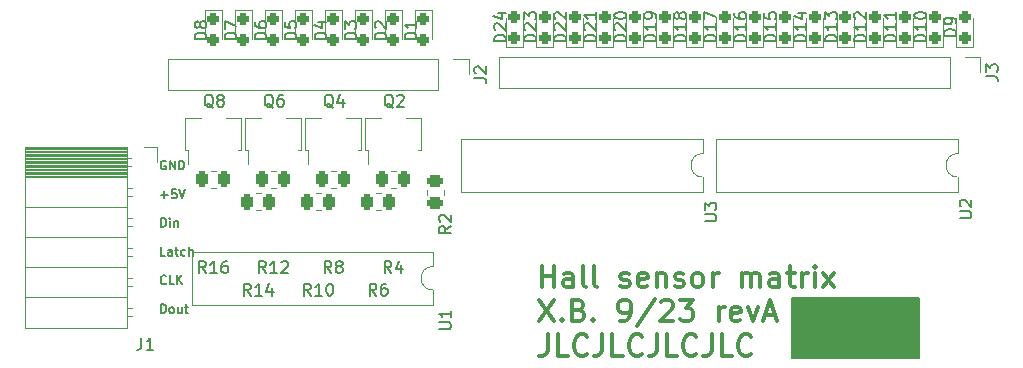
<source format=gto>
%TF.GenerationSoftware,KiCad,Pcbnew,7.0.1-3b83917a11~172~ubuntu22.10.1*%
%TF.CreationDate,2023-10-02T08:25:50+02:00*%
%TF.ProjectId,hall_sensor_matrix_v2,68616c6c-5f73-4656-9e73-6f725f6d6174,revA*%
%TF.SameCoordinates,Original*%
%TF.FileFunction,Legend,Top*%
%TF.FilePolarity,Positive*%
%FSLAX46Y46*%
G04 Gerber Fmt 4.6, Leading zero omitted, Abs format (unit mm)*
G04 Created by KiCad (PCBNEW 7.0.1-3b83917a11~172~ubuntu22.10.1) date 2023-10-02 08:25:50*
%MOMM*%
%LPD*%
G01*
G04 APERTURE LIST*
G04 Aperture macros list*
%AMRoundRect*
0 Rectangle with rounded corners*
0 $1 Rounding radius*
0 $2 $3 $4 $5 $6 $7 $8 $9 X,Y pos of 4 corners*
0 Add a 4 corners polygon primitive as box body*
4,1,4,$2,$3,$4,$5,$6,$7,$8,$9,$2,$3,0*
0 Add four circle primitives for the rounded corners*
1,1,$1+$1,$2,$3*
1,1,$1+$1,$4,$5*
1,1,$1+$1,$6,$7*
1,1,$1+$1,$8,$9*
0 Add four rect primitives between the rounded corners*
20,1,$1+$1,$2,$3,$4,$5,0*
20,1,$1+$1,$4,$5,$6,$7,0*
20,1,$1+$1,$6,$7,$8,$9,0*
20,1,$1+$1,$8,$9,$2,$3,0*%
%AMFreePoly0*
4,1,9,3.862500,-0.866500,0.737500,-0.866500,0.737500,-0.450000,-0.737500,-0.450000,-0.737500,0.450000,0.737500,0.450000,0.737500,0.866500,3.862500,0.866500,3.862500,-0.866500,3.862500,-0.866500,$1*%
G04 Aperture macros list end*
%ADD10C,0.150000*%
%ADD11C,0.360000*%
%ADD12C,0.120000*%
%ADD13C,3.200000*%
%ADD14RoundRect,0.237500X-0.237500X0.287500X-0.237500X-0.287500X0.237500X-0.287500X0.237500X0.287500X0*%
%ADD15RoundRect,0.237500X0.237500X-0.287500X0.237500X0.287500X-0.237500X0.287500X-0.237500X-0.287500X0*%
%ADD16R,1.600000X2.400000*%
%ADD17O,1.600000X2.400000*%
%ADD18RoundRect,0.250000X0.262500X0.450000X-0.262500X0.450000X-0.262500X-0.450000X0.262500X-0.450000X0*%
%ADD19R,0.900000X1.300000*%
%ADD20FreePoly0,90.000000*%
%ADD21RoundRect,0.250000X0.450000X-0.262500X0.450000X0.262500X-0.450000X0.262500X-0.450000X-0.262500X0*%
%ADD22R,1.700000X1.700000*%
%ADD23O,1.700000X1.700000*%
G04 APERTURE END LIST*
D10*
X97000000Y-84460000D02*
X107795000Y-84460000D01*
X107795000Y-89540000D01*
X97000000Y-89540000D01*
X97000000Y-84460000D01*
G36*
X97000000Y-84460000D02*
G01*
X107795000Y-84460000D01*
X107795000Y-89540000D01*
X97000000Y-89540000D01*
X97000000Y-84460000D01*
G37*
D11*
X75826071Y-83487714D02*
X75826071Y-81687714D01*
X75826071Y-82544857D02*
X76854642Y-82544857D01*
X76854642Y-83487714D02*
X76854642Y-81687714D01*
X78483214Y-83487714D02*
X78483214Y-82544857D01*
X78483214Y-82544857D02*
X78397499Y-82373428D01*
X78397499Y-82373428D02*
X78226071Y-82287714D01*
X78226071Y-82287714D02*
X77883214Y-82287714D01*
X77883214Y-82287714D02*
X77711785Y-82373428D01*
X78483214Y-83402000D02*
X78311785Y-83487714D01*
X78311785Y-83487714D02*
X77883214Y-83487714D01*
X77883214Y-83487714D02*
X77711785Y-83402000D01*
X77711785Y-83402000D02*
X77626071Y-83230571D01*
X77626071Y-83230571D02*
X77626071Y-83059142D01*
X77626071Y-83059142D02*
X77711785Y-82887714D01*
X77711785Y-82887714D02*
X77883214Y-82802000D01*
X77883214Y-82802000D02*
X78311785Y-82802000D01*
X78311785Y-82802000D02*
X78483214Y-82716285D01*
X79597499Y-83487714D02*
X79426070Y-83402000D01*
X79426070Y-83402000D02*
X79340356Y-83230571D01*
X79340356Y-83230571D02*
X79340356Y-81687714D01*
X80540356Y-83487714D02*
X80368927Y-83402000D01*
X80368927Y-83402000D02*
X80283213Y-83230571D01*
X80283213Y-83230571D02*
X80283213Y-81687714D01*
X82511785Y-83402000D02*
X82683213Y-83487714D01*
X82683213Y-83487714D02*
X83026070Y-83487714D01*
X83026070Y-83487714D02*
X83197499Y-83402000D01*
X83197499Y-83402000D02*
X83283213Y-83230571D01*
X83283213Y-83230571D02*
X83283213Y-83144857D01*
X83283213Y-83144857D02*
X83197499Y-82973428D01*
X83197499Y-82973428D02*
X83026070Y-82887714D01*
X83026070Y-82887714D02*
X82768928Y-82887714D01*
X82768928Y-82887714D02*
X82597499Y-82802000D01*
X82597499Y-82802000D02*
X82511785Y-82630571D01*
X82511785Y-82630571D02*
X82511785Y-82544857D01*
X82511785Y-82544857D02*
X82597499Y-82373428D01*
X82597499Y-82373428D02*
X82768928Y-82287714D01*
X82768928Y-82287714D02*
X83026070Y-82287714D01*
X83026070Y-82287714D02*
X83197499Y-82373428D01*
X84740356Y-83402000D02*
X84568928Y-83487714D01*
X84568928Y-83487714D02*
X84226071Y-83487714D01*
X84226071Y-83487714D02*
X84054642Y-83402000D01*
X84054642Y-83402000D02*
X83968928Y-83230571D01*
X83968928Y-83230571D02*
X83968928Y-82544857D01*
X83968928Y-82544857D02*
X84054642Y-82373428D01*
X84054642Y-82373428D02*
X84226071Y-82287714D01*
X84226071Y-82287714D02*
X84568928Y-82287714D01*
X84568928Y-82287714D02*
X84740356Y-82373428D01*
X84740356Y-82373428D02*
X84826071Y-82544857D01*
X84826071Y-82544857D02*
X84826071Y-82716285D01*
X84826071Y-82716285D02*
X83968928Y-82887714D01*
X85597499Y-82287714D02*
X85597499Y-83487714D01*
X85597499Y-82459142D02*
X85683213Y-82373428D01*
X85683213Y-82373428D02*
X85854642Y-82287714D01*
X85854642Y-82287714D02*
X86111785Y-82287714D01*
X86111785Y-82287714D02*
X86283213Y-82373428D01*
X86283213Y-82373428D02*
X86368928Y-82544857D01*
X86368928Y-82544857D02*
X86368928Y-83487714D01*
X87140356Y-83402000D02*
X87311784Y-83487714D01*
X87311784Y-83487714D02*
X87654641Y-83487714D01*
X87654641Y-83487714D02*
X87826070Y-83402000D01*
X87826070Y-83402000D02*
X87911784Y-83230571D01*
X87911784Y-83230571D02*
X87911784Y-83144857D01*
X87911784Y-83144857D02*
X87826070Y-82973428D01*
X87826070Y-82973428D02*
X87654641Y-82887714D01*
X87654641Y-82887714D02*
X87397499Y-82887714D01*
X87397499Y-82887714D02*
X87226070Y-82802000D01*
X87226070Y-82802000D02*
X87140356Y-82630571D01*
X87140356Y-82630571D02*
X87140356Y-82544857D01*
X87140356Y-82544857D02*
X87226070Y-82373428D01*
X87226070Y-82373428D02*
X87397499Y-82287714D01*
X87397499Y-82287714D02*
X87654641Y-82287714D01*
X87654641Y-82287714D02*
X87826070Y-82373428D01*
X88940356Y-83487714D02*
X88768927Y-83402000D01*
X88768927Y-83402000D02*
X88683213Y-83316285D01*
X88683213Y-83316285D02*
X88597499Y-83144857D01*
X88597499Y-83144857D02*
X88597499Y-82630571D01*
X88597499Y-82630571D02*
X88683213Y-82459142D01*
X88683213Y-82459142D02*
X88768927Y-82373428D01*
X88768927Y-82373428D02*
X88940356Y-82287714D01*
X88940356Y-82287714D02*
X89197499Y-82287714D01*
X89197499Y-82287714D02*
X89368927Y-82373428D01*
X89368927Y-82373428D02*
X89454642Y-82459142D01*
X89454642Y-82459142D02*
X89540356Y-82630571D01*
X89540356Y-82630571D02*
X89540356Y-83144857D01*
X89540356Y-83144857D02*
X89454642Y-83316285D01*
X89454642Y-83316285D02*
X89368927Y-83402000D01*
X89368927Y-83402000D02*
X89197499Y-83487714D01*
X89197499Y-83487714D02*
X88940356Y-83487714D01*
X90311784Y-83487714D02*
X90311784Y-82287714D01*
X90311784Y-82630571D02*
X90397498Y-82459142D01*
X90397498Y-82459142D02*
X90483213Y-82373428D01*
X90483213Y-82373428D02*
X90654641Y-82287714D01*
X90654641Y-82287714D02*
X90826070Y-82287714D01*
X92797499Y-83487714D02*
X92797499Y-82287714D01*
X92797499Y-82459142D02*
X92883213Y-82373428D01*
X92883213Y-82373428D02*
X93054642Y-82287714D01*
X93054642Y-82287714D02*
X93311785Y-82287714D01*
X93311785Y-82287714D02*
X93483213Y-82373428D01*
X93483213Y-82373428D02*
X93568928Y-82544857D01*
X93568928Y-82544857D02*
X93568928Y-83487714D01*
X93568928Y-82544857D02*
X93654642Y-82373428D01*
X93654642Y-82373428D02*
X93826070Y-82287714D01*
X93826070Y-82287714D02*
X94083213Y-82287714D01*
X94083213Y-82287714D02*
X94254642Y-82373428D01*
X94254642Y-82373428D02*
X94340356Y-82544857D01*
X94340356Y-82544857D02*
X94340356Y-83487714D01*
X95968928Y-83487714D02*
X95968928Y-82544857D01*
X95968928Y-82544857D02*
X95883213Y-82373428D01*
X95883213Y-82373428D02*
X95711785Y-82287714D01*
X95711785Y-82287714D02*
X95368928Y-82287714D01*
X95368928Y-82287714D02*
X95197499Y-82373428D01*
X95968928Y-83402000D02*
X95797499Y-83487714D01*
X95797499Y-83487714D02*
X95368928Y-83487714D01*
X95368928Y-83487714D02*
X95197499Y-83402000D01*
X95197499Y-83402000D02*
X95111785Y-83230571D01*
X95111785Y-83230571D02*
X95111785Y-83059142D01*
X95111785Y-83059142D02*
X95197499Y-82887714D01*
X95197499Y-82887714D02*
X95368928Y-82802000D01*
X95368928Y-82802000D02*
X95797499Y-82802000D01*
X95797499Y-82802000D02*
X95968928Y-82716285D01*
X96568927Y-82287714D02*
X97254641Y-82287714D01*
X96826070Y-81687714D02*
X96826070Y-83230571D01*
X96826070Y-83230571D02*
X96911784Y-83402000D01*
X96911784Y-83402000D02*
X97083213Y-83487714D01*
X97083213Y-83487714D02*
X97254641Y-83487714D01*
X97854641Y-83487714D02*
X97854641Y-82287714D01*
X97854641Y-82630571D02*
X97940355Y-82459142D01*
X97940355Y-82459142D02*
X98026070Y-82373428D01*
X98026070Y-82373428D02*
X98197498Y-82287714D01*
X98197498Y-82287714D02*
X98368927Y-82287714D01*
X98968927Y-83487714D02*
X98968927Y-82287714D01*
X98968927Y-81687714D02*
X98883213Y-81773428D01*
X98883213Y-81773428D02*
X98968927Y-81859142D01*
X98968927Y-81859142D02*
X99054641Y-81773428D01*
X99054641Y-81773428D02*
X98968927Y-81687714D01*
X98968927Y-81687714D02*
X98968927Y-81859142D01*
X99654641Y-83487714D02*
X100597499Y-82287714D01*
X99654641Y-82287714D02*
X100597499Y-83487714D01*
X75654642Y-84603714D02*
X76854642Y-86403714D01*
X76854642Y-84603714D02*
X75654642Y-86403714D01*
X77540357Y-86232285D02*
X77626071Y-86318000D01*
X77626071Y-86318000D02*
X77540357Y-86403714D01*
X77540357Y-86403714D02*
X77454643Y-86318000D01*
X77454643Y-86318000D02*
X77540357Y-86232285D01*
X77540357Y-86232285D02*
X77540357Y-86403714D01*
X78997500Y-85460857D02*
X79254643Y-85546571D01*
X79254643Y-85546571D02*
X79340357Y-85632285D01*
X79340357Y-85632285D02*
X79426071Y-85803714D01*
X79426071Y-85803714D02*
X79426071Y-86060857D01*
X79426071Y-86060857D02*
X79340357Y-86232285D01*
X79340357Y-86232285D02*
X79254643Y-86318000D01*
X79254643Y-86318000D02*
X79083214Y-86403714D01*
X79083214Y-86403714D02*
X78397500Y-86403714D01*
X78397500Y-86403714D02*
X78397500Y-84603714D01*
X78397500Y-84603714D02*
X78997500Y-84603714D01*
X78997500Y-84603714D02*
X79168929Y-84689428D01*
X79168929Y-84689428D02*
X79254643Y-84775142D01*
X79254643Y-84775142D02*
X79340357Y-84946571D01*
X79340357Y-84946571D02*
X79340357Y-85118000D01*
X79340357Y-85118000D02*
X79254643Y-85289428D01*
X79254643Y-85289428D02*
X79168929Y-85375142D01*
X79168929Y-85375142D02*
X78997500Y-85460857D01*
X78997500Y-85460857D02*
X78397500Y-85460857D01*
X80197500Y-86232285D02*
X80283214Y-86318000D01*
X80283214Y-86318000D02*
X80197500Y-86403714D01*
X80197500Y-86403714D02*
X80111786Y-86318000D01*
X80111786Y-86318000D02*
X80197500Y-86232285D01*
X80197500Y-86232285D02*
X80197500Y-86403714D01*
X82511786Y-86403714D02*
X82854643Y-86403714D01*
X82854643Y-86403714D02*
X83026072Y-86318000D01*
X83026072Y-86318000D02*
X83111786Y-86232285D01*
X83111786Y-86232285D02*
X83283215Y-85975142D01*
X83283215Y-85975142D02*
X83368929Y-85632285D01*
X83368929Y-85632285D02*
X83368929Y-84946571D01*
X83368929Y-84946571D02*
X83283215Y-84775142D01*
X83283215Y-84775142D02*
X83197501Y-84689428D01*
X83197501Y-84689428D02*
X83026072Y-84603714D01*
X83026072Y-84603714D02*
X82683215Y-84603714D01*
X82683215Y-84603714D02*
X82511786Y-84689428D01*
X82511786Y-84689428D02*
X82426072Y-84775142D01*
X82426072Y-84775142D02*
X82340358Y-84946571D01*
X82340358Y-84946571D02*
X82340358Y-85375142D01*
X82340358Y-85375142D02*
X82426072Y-85546571D01*
X82426072Y-85546571D02*
X82511786Y-85632285D01*
X82511786Y-85632285D02*
X82683215Y-85718000D01*
X82683215Y-85718000D02*
X83026072Y-85718000D01*
X83026072Y-85718000D02*
X83197501Y-85632285D01*
X83197501Y-85632285D02*
X83283215Y-85546571D01*
X83283215Y-85546571D02*
X83368929Y-85375142D01*
X85426072Y-84518000D02*
X83883215Y-86832285D01*
X85940358Y-84775142D02*
X86026072Y-84689428D01*
X86026072Y-84689428D02*
X86197501Y-84603714D01*
X86197501Y-84603714D02*
X86626072Y-84603714D01*
X86626072Y-84603714D02*
X86797501Y-84689428D01*
X86797501Y-84689428D02*
X86883215Y-84775142D01*
X86883215Y-84775142D02*
X86968929Y-84946571D01*
X86968929Y-84946571D02*
X86968929Y-85118000D01*
X86968929Y-85118000D02*
X86883215Y-85375142D01*
X86883215Y-85375142D02*
X85854643Y-86403714D01*
X85854643Y-86403714D02*
X86968929Y-86403714D01*
X87568929Y-84603714D02*
X88683215Y-84603714D01*
X88683215Y-84603714D02*
X88083215Y-85289428D01*
X88083215Y-85289428D02*
X88340358Y-85289428D01*
X88340358Y-85289428D02*
X88511787Y-85375142D01*
X88511787Y-85375142D02*
X88597501Y-85460857D01*
X88597501Y-85460857D02*
X88683215Y-85632285D01*
X88683215Y-85632285D02*
X88683215Y-86060857D01*
X88683215Y-86060857D02*
X88597501Y-86232285D01*
X88597501Y-86232285D02*
X88511787Y-86318000D01*
X88511787Y-86318000D02*
X88340358Y-86403714D01*
X88340358Y-86403714D02*
X87826072Y-86403714D01*
X87826072Y-86403714D02*
X87654644Y-86318000D01*
X87654644Y-86318000D02*
X87568929Y-86232285D01*
X90826073Y-86403714D02*
X90826073Y-85203714D01*
X90826073Y-85546571D02*
X90911787Y-85375142D01*
X90911787Y-85375142D02*
X90997502Y-85289428D01*
X90997502Y-85289428D02*
X91168930Y-85203714D01*
X91168930Y-85203714D02*
X91340359Y-85203714D01*
X92626073Y-86318000D02*
X92454645Y-86403714D01*
X92454645Y-86403714D02*
X92111788Y-86403714D01*
X92111788Y-86403714D02*
X91940359Y-86318000D01*
X91940359Y-86318000D02*
X91854645Y-86146571D01*
X91854645Y-86146571D02*
X91854645Y-85460857D01*
X91854645Y-85460857D02*
X91940359Y-85289428D01*
X91940359Y-85289428D02*
X92111788Y-85203714D01*
X92111788Y-85203714D02*
X92454645Y-85203714D01*
X92454645Y-85203714D02*
X92626073Y-85289428D01*
X92626073Y-85289428D02*
X92711788Y-85460857D01*
X92711788Y-85460857D02*
X92711788Y-85632285D01*
X92711788Y-85632285D02*
X91854645Y-85803714D01*
X93311787Y-85203714D02*
X93740359Y-86403714D01*
X93740359Y-86403714D02*
X94168930Y-85203714D01*
X94768931Y-85889428D02*
X95626074Y-85889428D01*
X94597502Y-86403714D02*
X95197502Y-84603714D01*
X95197502Y-84603714D02*
X95797502Y-86403714D01*
X76340357Y-87519714D02*
X76340357Y-88805428D01*
X76340357Y-88805428D02*
X76254642Y-89062571D01*
X76254642Y-89062571D02*
X76083214Y-89234000D01*
X76083214Y-89234000D02*
X75826071Y-89319714D01*
X75826071Y-89319714D02*
X75654642Y-89319714D01*
X78054643Y-89319714D02*
X77197500Y-89319714D01*
X77197500Y-89319714D02*
X77197500Y-87519714D01*
X79683214Y-89148285D02*
X79597500Y-89234000D01*
X79597500Y-89234000D02*
X79340357Y-89319714D01*
X79340357Y-89319714D02*
X79168929Y-89319714D01*
X79168929Y-89319714D02*
X78911786Y-89234000D01*
X78911786Y-89234000D02*
X78740357Y-89062571D01*
X78740357Y-89062571D02*
X78654643Y-88891142D01*
X78654643Y-88891142D02*
X78568929Y-88548285D01*
X78568929Y-88548285D02*
X78568929Y-88291142D01*
X78568929Y-88291142D02*
X78654643Y-87948285D01*
X78654643Y-87948285D02*
X78740357Y-87776857D01*
X78740357Y-87776857D02*
X78911786Y-87605428D01*
X78911786Y-87605428D02*
X79168929Y-87519714D01*
X79168929Y-87519714D02*
X79340357Y-87519714D01*
X79340357Y-87519714D02*
X79597500Y-87605428D01*
X79597500Y-87605428D02*
X79683214Y-87691142D01*
X80968929Y-87519714D02*
X80968929Y-88805428D01*
X80968929Y-88805428D02*
X80883214Y-89062571D01*
X80883214Y-89062571D02*
X80711786Y-89234000D01*
X80711786Y-89234000D02*
X80454643Y-89319714D01*
X80454643Y-89319714D02*
X80283214Y-89319714D01*
X82683215Y-89319714D02*
X81826072Y-89319714D01*
X81826072Y-89319714D02*
X81826072Y-87519714D01*
X84311786Y-89148285D02*
X84226072Y-89234000D01*
X84226072Y-89234000D02*
X83968929Y-89319714D01*
X83968929Y-89319714D02*
X83797501Y-89319714D01*
X83797501Y-89319714D02*
X83540358Y-89234000D01*
X83540358Y-89234000D02*
X83368929Y-89062571D01*
X83368929Y-89062571D02*
X83283215Y-88891142D01*
X83283215Y-88891142D02*
X83197501Y-88548285D01*
X83197501Y-88548285D02*
X83197501Y-88291142D01*
X83197501Y-88291142D02*
X83283215Y-87948285D01*
X83283215Y-87948285D02*
X83368929Y-87776857D01*
X83368929Y-87776857D02*
X83540358Y-87605428D01*
X83540358Y-87605428D02*
X83797501Y-87519714D01*
X83797501Y-87519714D02*
X83968929Y-87519714D01*
X83968929Y-87519714D02*
X84226072Y-87605428D01*
X84226072Y-87605428D02*
X84311786Y-87691142D01*
X85597501Y-87519714D02*
X85597501Y-88805428D01*
X85597501Y-88805428D02*
X85511786Y-89062571D01*
X85511786Y-89062571D02*
X85340358Y-89234000D01*
X85340358Y-89234000D02*
X85083215Y-89319714D01*
X85083215Y-89319714D02*
X84911786Y-89319714D01*
X87311787Y-89319714D02*
X86454644Y-89319714D01*
X86454644Y-89319714D02*
X86454644Y-87519714D01*
X88940358Y-89148285D02*
X88854644Y-89234000D01*
X88854644Y-89234000D02*
X88597501Y-89319714D01*
X88597501Y-89319714D02*
X88426073Y-89319714D01*
X88426073Y-89319714D02*
X88168930Y-89234000D01*
X88168930Y-89234000D02*
X87997501Y-89062571D01*
X87997501Y-89062571D02*
X87911787Y-88891142D01*
X87911787Y-88891142D02*
X87826073Y-88548285D01*
X87826073Y-88548285D02*
X87826073Y-88291142D01*
X87826073Y-88291142D02*
X87911787Y-87948285D01*
X87911787Y-87948285D02*
X87997501Y-87776857D01*
X87997501Y-87776857D02*
X88168930Y-87605428D01*
X88168930Y-87605428D02*
X88426073Y-87519714D01*
X88426073Y-87519714D02*
X88597501Y-87519714D01*
X88597501Y-87519714D02*
X88854644Y-87605428D01*
X88854644Y-87605428D02*
X88940358Y-87691142D01*
X90226073Y-87519714D02*
X90226073Y-88805428D01*
X90226073Y-88805428D02*
X90140358Y-89062571D01*
X90140358Y-89062571D02*
X89968930Y-89234000D01*
X89968930Y-89234000D02*
X89711787Y-89319714D01*
X89711787Y-89319714D02*
X89540358Y-89319714D01*
X91940359Y-89319714D02*
X91083216Y-89319714D01*
X91083216Y-89319714D02*
X91083216Y-87519714D01*
X93568930Y-89148285D02*
X93483216Y-89234000D01*
X93483216Y-89234000D02*
X93226073Y-89319714D01*
X93226073Y-89319714D02*
X93054645Y-89319714D01*
X93054645Y-89319714D02*
X92797502Y-89234000D01*
X92797502Y-89234000D02*
X92626073Y-89062571D01*
X92626073Y-89062571D02*
X92540359Y-88891142D01*
X92540359Y-88891142D02*
X92454645Y-88548285D01*
X92454645Y-88548285D02*
X92454645Y-88291142D01*
X92454645Y-88291142D02*
X92540359Y-87948285D01*
X92540359Y-87948285D02*
X92626073Y-87776857D01*
X92626073Y-87776857D02*
X92797502Y-87605428D01*
X92797502Y-87605428D02*
X93054645Y-87519714D01*
X93054645Y-87519714D02*
X93226073Y-87519714D01*
X93226073Y-87519714D02*
X93483216Y-87605428D01*
X93483216Y-87605428D02*
X93568930Y-87691142D01*
D10*
X44003428Y-72835928D02*
X43932000Y-72800214D01*
X43932000Y-72800214D02*
X43824857Y-72800214D01*
X43824857Y-72800214D02*
X43717714Y-72835928D01*
X43717714Y-72835928D02*
X43646285Y-72907357D01*
X43646285Y-72907357D02*
X43610571Y-72978785D01*
X43610571Y-72978785D02*
X43574857Y-73121642D01*
X43574857Y-73121642D02*
X43574857Y-73228785D01*
X43574857Y-73228785D02*
X43610571Y-73371642D01*
X43610571Y-73371642D02*
X43646285Y-73443071D01*
X43646285Y-73443071D02*
X43717714Y-73514500D01*
X43717714Y-73514500D02*
X43824857Y-73550214D01*
X43824857Y-73550214D02*
X43896285Y-73550214D01*
X43896285Y-73550214D02*
X44003428Y-73514500D01*
X44003428Y-73514500D02*
X44039142Y-73478785D01*
X44039142Y-73478785D02*
X44039142Y-73228785D01*
X44039142Y-73228785D02*
X43896285Y-73228785D01*
X44360571Y-73550214D02*
X44360571Y-72800214D01*
X44360571Y-72800214D02*
X44789142Y-73550214D01*
X44789142Y-73550214D02*
X44789142Y-72800214D01*
X45146285Y-73550214D02*
X45146285Y-72800214D01*
X45146285Y-72800214D02*
X45324856Y-72800214D01*
X45324856Y-72800214D02*
X45431999Y-72835928D01*
X45431999Y-72835928D02*
X45503428Y-72907357D01*
X45503428Y-72907357D02*
X45539142Y-72978785D01*
X45539142Y-72978785D02*
X45574856Y-73121642D01*
X45574856Y-73121642D02*
X45574856Y-73228785D01*
X45574856Y-73228785D02*
X45539142Y-73371642D01*
X45539142Y-73371642D02*
X45503428Y-73443071D01*
X45503428Y-73443071D02*
X45431999Y-73514500D01*
X45431999Y-73514500D02*
X45324856Y-73550214D01*
X45324856Y-73550214D02*
X45146285Y-73550214D01*
X43610571Y-75694500D02*
X44182000Y-75694500D01*
X43896285Y-75980214D02*
X43896285Y-75408785D01*
X44896285Y-75230214D02*
X44539142Y-75230214D01*
X44539142Y-75230214D02*
X44503428Y-75587357D01*
X44503428Y-75587357D02*
X44539142Y-75551642D01*
X44539142Y-75551642D02*
X44610571Y-75515928D01*
X44610571Y-75515928D02*
X44789142Y-75515928D01*
X44789142Y-75515928D02*
X44860571Y-75551642D01*
X44860571Y-75551642D02*
X44896285Y-75587357D01*
X44896285Y-75587357D02*
X44931999Y-75658785D01*
X44931999Y-75658785D02*
X44931999Y-75837357D01*
X44931999Y-75837357D02*
X44896285Y-75908785D01*
X44896285Y-75908785D02*
X44860571Y-75944500D01*
X44860571Y-75944500D02*
X44789142Y-75980214D01*
X44789142Y-75980214D02*
X44610571Y-75980214D01*
X44610571Y-75980214D02*
X44539142Y-75944500D01*
X44539142Y-75944500D02*
X44503428Y-75908785D01*
X45146285Y-75230214D02*
X45396285Y-75980214D01*
X45396285Y-75980214D02*
X45646285Y-75230214D01*
X43610571Y-78410214D02*
X43610571Y-77660214D01*
X43610571Y-77660214D02*
X43789142Y-77660214D01*
X43789142Y-77660214D02*
X43896285Y-77695928D01*
X43896285Y-77695928D02*
X43967714Y-77767357D01*
X43967714Y-77767357D02*
X44003428Y-77838785D01*
X44003428Y-77838785D02*
X44039142Y-77981642D01*
X44039142Y-77981642D02*
X44039142Y-78088785D01*
X44039142Y-78088785D02*
X44003428Y-78231642D01*
X44003428Y-78231642D02*
X43967714Y-78303071D01*
X43967714Y-78303071D02*
X43896285Y-78374500D01*
X43896285Y-78374500D02*
X43789142Y-78410214D01*
X43789142Y-78410214D02*
X43610571Y-78410214D01*
X44360571Y-78410214D02*
X44360571Y-77910214D01*
X44360571Y-77660214D02*
X44324857Y-77695928D01*
X44324857Y-77695928D02*
X44360571Y-77731642D01*
X44360571Y-77731642D02*
X44396285Y-77695928D01*
X44396285Y-77695928D02*
X44360571Y-77660214D01*
X44360571Y-77660214D02*
X44360571Y-77731642D01*
X44717714Y-77910214D02*
X44717714Y-78410214D01*
X44717714Y-77981642D02*
X44753428Y-77945928D01*
X44753428Y-77945928D02*
X44824857Y-77910214D01*
X44824857Y-77910214D02*
X44932000Y-77910214D01*
X44932000Y-77910214D02*
X45003428Y-77945928D01*
X45003428Y-77945928D02*
X45039143Y-78017357D01*
X45039143Y-78017357D02*
X45039143Y-78410214D01*
X43967714Y-80840214D02*
X43610571Y-80840214D01*
X43610571Y-80840214D02*
X43610571Y-80090214D01*
X44539143Y-80840214D02*
X44539143Y-80447357D01*
X44539143Y-80447357D02*
X44503428Y-80375928D01*
X44503428Y-80375928D02*
X44432000Y-80340214D01*
X44432000Y-80340214D02*
X44289143Y-80340214D01*
X44289143Y-80340214D02*
X44217714Y-80375928D01*
X44539143Y-80804500D02*
X44467714Y-80840214D01*
X44467714Y-80840214D02*
X44289143Y-80840214D01*
X44289143Y-80840214D02*
X44217714Y-80804500D01*
X44217714Y-80804500D02*
X44182000Y-80733071D01*
X44182000Y-80733071D02*
X44182000Y-80661642D01*
X44182000Y-80661642D02*
X44217714Y-80590214D01*
X44217714Y-80590214D02*
X44289143Y-80554500D01*
X44289143Y-80554500D02*
X44467714Y-80554500D01*
X44467714Y-80554500D02*
X44539143Y-80518785D01*
X44789142Y-80340214D02*
X45074856Y-80340214D01*
X44896285Y-80090214D02*
X44896285Y-80733071D01*
X44896285Y-80733071D02*
X44931999Y-80804500D01*
X44931999Y-80804500D02*
X45003428Y-80840214D01*
X45003428Y-80840214D02*
X45074856Y-80840214D01*
X45646285Y-80804500D02*
X45574856Y-80840214D01*
X45574856Y-80840214D02*
X45431999Y-80840214D01*
X45431999Y-80840214D02*
X45360570Y-80804500D01*
X45360570Y-80804500D02*
X45324856Y-80768785D01*
X45324856Y-80768785D02*
X45289142Y-80697357D01*
X45289142Y-80697357D02*
X45289142Y-80483071D01*
X45289142Y-80483071D02*
X45324856Y-80411642D01*
X45324856Y-80411642D02*
X45360570Y-80375928D01*
X45360570Y-80375928D02*
X45431999Y-80340214D01*
X45431999Y-80340214D02*
X45574856Y-80340214D01*
X45574856Y-80340214D02*
X45646285Y-80375928D01*
X45967713Y-80840214D02*
X45967713Y-80090214D01*
X46289142Y-80840214D02*
X46289142Y-80447357D01*
X46289142Y-80447357D02*
X46253427Y-80375928D01*
X46253427Y-80375928D02*
X46181999Y-80340214D01*
X46181999Y-80340214D02*
X46074856Y-80340214D01*
X46074856Y-80340214D02*
X46003427Y-80375928D01*
X46003427Y-80375928D02*
X45967713Y-80411642D01*
X44039142Y-83198785D02*
X44003428Y-83234500D01*
X44003428Y-83234500D02*
X43896285Y-83270214D01*
X43896285Y-83270214D02*
X43824857Y-83270214D01*
X43824857Y-83270214D02*
X43717714Y-83234500D01*
X43717714Y-83234500D02*
X43646285Y-83163071D01*
X43646285Y-83163071D02*
X43610571Y-83091642D01*
X43610571Y-83091642D02*
X43574857Y-82948785D01*
X43574857Y-82948785D02*
X43574857Y-82841642D01*
X43574857Y-82841642D02*
X43610571Y-82698785D01*
X43610571Y-82698785D02*
X43646285Y-82627357D01*
X43646285Y-82627357D02*
X43717714Y-82555928D01*
X43717714Y-82555928D02*
X43824857Y-82520214D01*
X43824857Y-82520214D02*
X43896285Y-82520214D01*
X43896285Y-82520214D02*
X44003428Y-82555928D01*
X44003428Y-82555928D02*
X44039142Y-82591642D01*
X44717714Y-83270214D02*
X44360571Y-83270214D01*
X44360571Y-83270214D02*
X44360571Y-82520214D01*
X44967714Y-83270214D02*
X44967714Y-82520214D01*
X45396285Y-83270214D02*
X45074857Y-82841642D01*
X45396285Y-82520214D02*
X44967714Y-82948785D01*
X43610571Y-85700214D02*
X43610571Y-84950214D01*
X43610571Y-84950214D02*
X43789142Y-84950214D01*
X43789142Y-84950214D02*
X43896285Y-84985928D01*
X43896285Y-84985928D02*
X43967714Y-85057357D01*
X43967714Y-85057357D02*
X44003428Y-85128785D01*
X44003428Y-85128785D02*
X44039142Y-85271642D01*
X44039142Y-85271642D02*
X44039142Y-85378785D01*
X44039142Y-85378785D02*
X44003428Y-85521642D01*
X44003428Y-85521642D02*
X43967714Y-85593071D01*
X43967714Y-85593071D02*
X43896285Y-85664500D01*
X43896285Y-85664500D02*
X43789142Y-85700214D01*
X43789142Y-85700214D02*
X43610571Y-85700214D01*
X44467714Y-85700214D02*
X44396285Y-85664500D01*
X44396285Y-85664500D02*
X44360571Y-85628785D01*
X44360571Y-85628785D02*
X44324857Y-85557357D01*
X44324857Y-85557357D02*
X44324857Y-85343071D01*
X44324857Y-85343071D02*
X44360571Y-85271642D01*
X44360571Y-85271642D02*
X44396285Y-85235928D01*
X44396285Y-85235928D02*
X44467714Y-85200214D01*
X44467714Y-85200214D02*
X44574857Y-85200214D01*
X44574857Y-85200214D02*
X44646285Y-85235928D01*
X44646285Y-85235928D02*
X44682000Y-85271642D01*
X44682000Y-85271642D02*
X44717714Y-85343071D01*
X44717714Y-85343071D02*
X44717714Y-85557357D01*
X44717714Y-85557357D02*
X44682000Y-85628785D01*
X44682000Y-85628785D02*
X44646285Y-85664500D01*
X44646285Y-85664500D02*
X44574857Y-85700214D01*
X44574857Y-85700214D02*
X44467714Y-85700214D01*
X45360571Y-85200214D02*
X45360571Y-85700214D01*
X45039142Y-85200214D02*
X45039142Y-85593071D01*
X45039142Y-85593071D02*
X45074856Y-85664500D01*
X45074856Y-85664500D02*
X45146285Y-85700214D01*
X45146285Y-85700214D02*
X45253428Y-85700214D01*
X45253428Y-85700214D02*
X45324856Y-85664500D01*
X45324856Y-85664500D02*
X45360571Y-85628785D01*
X45610570Y-85200214D02*
X45896284Y-85200214D01*
X45717713Y-84950214D02*
X45717713Y-85593071D01*
X45717713Y-85593071D02*
X45753427Y-85664500D01*
X45753427Y-85664500D02*
X45824856Y-85700214D01*
X45824856Y-85700214D02*
X45896284Y-85700214D01*
%TO.C,D4*%
X57610619Y-62527094D02*
X56610619Y-62527094D01*
X56610619Y-62527094D02*
X56610619Y-62288999D01*
X56610619Y-62288999D02*
X56658238Y-62146142D01*
X56658238Y-62146142D02*
X56753476Y-62050904D01*
X56753476Y-62050904D02*
X56848714Y-62003285D01*
X56848714Y-62003285D02*
X57039190Y-61955666D01*
X57039190Y-61955666D02*
X57182047Y-61955666D01*
X57182047Y-61955666D02*
X57372523Y-62003285D01*
X57372523Y-62003285D02*
X57467761Y-62050904D01*
X57467761Y-62050904D02*
X57563000Y-62146142D01*
X57563000Y-62146142D02*
X57610619Y-62288999D01*
X57610619Y-62288999D02*
X57610619Y-62527094D01*
X56943952Y-61098523D02*
X57610619Y-61098523D01*
X56563000Y-61336618D02*
X57277285Y-61574713D01*
X57277285Y-61574713D02*
X57277285Y-60955666D01*
%TO.C,D19*%
X85534819Y-62698485D02*
X84534819Y-62698485D01*
X84534819Y-62698485D02*
X84534819Y-62460390D01*
X84534819Y-62460390D02*
X84582438Y-62317533D01*
X84582438Y-62317533D02*
X84677676Y-62222295D01*
X84677676Y-62222295D02*
X84772914Y-62174676D01*
X84772914Y-62174676D02*
X84963390Y-62127057D01*
X84963390Y-62127057D02*
X85106247Y-62127057D01*
X85106247Y-62127057D02*
X85296723Y-62174676D01*
X85296723Y-62174676D02*
X85391961Y-62222295D01*
X85391961Y-62222295D02*
X85487200Y-62317533D01*
X85487200Y-62317533D02*
X85534819Y-62460390D01*
X85534819Y-62460390D02*
X85534819Y-62698485D01*
X85534819Y-61174676D02*
X85534819Y-61746104D01*
X85534819Y-61460390D02*
X84534819Y-61460390D01*
X84534819Y-61460390D02*
X84677676Y-61555628D01*
X84677676Y-61555628D02*
X84772914Y-61650866D01*
X84772914Y-61650866D02*
X84820533Y-61746104D01*
X85534819Y-60698485D02*
X85534819Y-60508009D01*
X85534819Y-60508009D02*
X85487200Y-60412771D01*
X85487200Y-60412771D02*
X85439580Y-60365152D01*
X85439580Y-60365152D02*
X85296723Y-60269914D01*
X85296723Y-60269914D02*
X85106247Y-60222295D01*
X85106247Y-60222295D02*
X84725295Y-60222295D01*
X84725295Y-60222295D02*
X84630057Y-60269914D01*
X84630057Y-60269914D02*
X84582438Y-60317533D01*
X84582438Y-60317533D02*
X84534819Y-60412771D01*
X84534819Y-60412771D02*
X84534819Y-60603247D01*
X84534819Y-60603247D02*
X84582438Y-60698485D01*
X84582438Y-60698485D02*
X84630057Y-60746104D01*
X84630057Y-60746104D02*
X84725295Y-60793723D01*
X84725295Y-60793723D02*
X84963390Y-60793723D01*
X84963390Y-60793723D02*
X85058628Y-60746104D01*
X85058628Y-60746104D02*
X85106247Y-60698485D01*
X85106247Y-60698485D02*
X85153866Y-60603247D01*
X85153866Y-60603247D02*
X85153866Y-60412771D01*
X85153866Y-60412771D02*
X85106247Y-60317533D01*
X85106247Y-60317533D02*
X85058628Y-60269914D01*
X85058628Y-60269914D02*
X84963390Y-60222295D01*
%TO.C,D2*%
X62690619Y-62527094D02*
X61690619Y-62527094D01*
X61690619Y-62527094D02*
X61690619Y-62288999D01*
X61690619Y-62288999D02*
X61738238Y-62146142D01*
X61738238Y-62146142D02*
X61833476Y-62050904D01*
X61833476Y-62050904D02*
X61928714Y-62003285D01*
X61928714Y-62003285D02*
X62119190Y-61955666D01*
X62119190Y-61955666D02*
X62262047Y-61955666D01*
X62262047Y-61955666D02*
X62452523Y-62003285D01*
X62452523Y-62003285D02*
X62547761Y-62050904D01*
X62547761Y-62050904D02*
X62643000Y-62146142D01*
X62643000Y-62146142D02*
X62690619Y-62288999D01*
X62690619Y-62288999D02*
X62690619Y-62527094D01*
X61785857Y-61574713D02*
X61738238Y-61527094D01*
X61738238Y-61527094D02*
X61690619Y-61431856D01*
X61690619Y-61431856D02*
X61690619Y-61193761D01*
X61690619Y-61193761D02*
X61738238Y-61098523D01*
X61738238Y-61098523D02*
X61785857Y-61050904D01*
X61785857Y-61050904D02*
X61881095Y-61003285D01*
X61881095Y-61003285D02*
X61976333Y-61003285D01*
X61976333Y-61003285D02*
X62119190Y-61050904D01*
X62119190Y-61050904D02*
X62690619Y-61622332D01*
X62690619Y-61622332D02*
X62690619Y-61003285D01*
%TO.C,D8*%
X47450619Y-62527094D02*
X46450619Y-62527094D01*
X46450619Y-62527094D02*
X46450619Y-62288999D01*
X46450619Y-62288999D02*
X46498238Y-62146142D01*
X46498238Y-62146142D02*
X46593476Y-62050904D01*
X46593476Y-62050904D02*
X46688714Y-62003285D01*
X46688714Y-62003285D02*
X46879190Y-61955666D01*
X46879190Y-61955666D02*
X47022047Y-61955666D01*
X47022047Y-61955666D02*
X47212523Y-62003285D01*
X47212523Y-62003285D02*
X47307761Y-62050904D01*
X47307761Y-62050904D02*
X47403000Y-62146142D01*
X47403000Y-62146142D02*
X47450619Y-62288999D01*
X47450619Y-62288999D02*
X47450619Y-62527094D01*
X46879190Y-61384237D02*
X46831571Y-61479475D01*
X46831571Y-61479475D02*
X46783952Y-61527094D01*
X46783952Y-61527094D02*
X46688714Y-61574713D01*
X46688714Y-61574713D02*
X46641095Y-61574713D01*
X46641095Y-61574713D02*
X46545857Y-61527094D01*
X46545857Y-61527094D02*
X46498238Y-61479475D01*
X46498238Y-61479475D02*
X46450619Y-61384237D01*
X46450619Y-61384237D02*
X46450619Y-61193761D01*
X46450619Y-61193761D02*
X46498238Y-61098523D01*
X46498238Y-61098523D02*
X46545857Y-61050904D01*
X46545857Y-61050904D02*
X46641095Y-61003285D01*
X46641095Y-61003285D02*
X46688714Y-61003285D01*
X46688714Y-61003285D02*
X46783952Y-61050904D01*
X46783952Y-61050904D02*
X46831571Y-61098523D01*
X46831571Y-61098523D02*
X46879190Y-61193761D01*
X46879190Y-61193761D02*
X46879190Y-61384237D01*
X46879190Y-61384237D02*
X46926809Y-61479475D01*
X46926809Y-61479475D02*
X46974428Y-61527094D01*
X46974428Y-61527094D02*
X47069666Y-61574713D01*
X47069666Y-61574713D02*
X47260142Y-61574713D01*
X47260142Y-61574713D02*
X47355380Y-61527094D01*
X47355380Y-61527094D02*
X47403000Y-61479475D01*
X47403000Y-61479475D02*
X47450619Y-61384237D01*
X47450619Y-61384237D02*
X47450619Y-61193761D01*
X47450619Y-61193761D02*
X47403000Y-61098523D01*
X47403000Y-61098523D02*
X47355380Y-61050904D01*
X47355380Y-61050904D02*
X47260142Y-61003285D01*
X47260142Y-61003285D02*
X47069666Y-61003285D01*
X47069666Y-61003285D02*
X46974428Y-61050904D01*
X46974428Y-61050904D02*
X46926809Y-61098523D01*
X46926809Y-61098523D02*
X46879190Y-61193761D01*
%TO.C,U1*%
X67151619Y-87061904D02*
X67961142Y-87061904D01*
X67961142Y-87061904D02*
X68056380Y-87014285D01*
X68056380Y-87014285D02*
X68104000Y-86966666D01*
X68104000Y-86966666D02*
X68151619Y-86871428D01*
X68151619Y-86871428D02*
X68151619Y-86680952D01*
X68151619Y-86680952D02*
X68104000Y-86585714D01*
X68104000Y-86585714D02*
X68056380Y-86538095D01*
X68056380Y-86538095D02*
X67961142Y-86490476D01*
X67961142Y-86490476D02*
X67151619Y-86490476D01*
X68151619Y-85490476D02*
X68151619Y-86061904D01*
X68151619Y-85776190D02*
X67151619Y-85776190D01*
X67151619Y-85776190D02*
X67294476Y-85871428D01*
X67294476Y-85871428D02*
X67389714Y-85966666D01*
X67389714Y-85966666D02*
X67437333Y-86061904D01*
%TO.C,D7*%
X49990619Y-62527094D02*
X48990619Y-62527094D01*
X48990619Y-62527094D02*
X48990619Y-62288999D01*
X48990619Y-62288999D02*
X49038238Y-62146142D01*
X49038238Y-62146142D02*
X49133476Y-62050904D01*
X49133476Y-62050904D02*
X49228714Y-62003285D01*
X49228714Y-62003285D02*
X49419190Y-61955666D01*
X49419190Y-61955666D02*
X49562047Y-61955666D01*
X49562047Y-61955666D02*
X49752523Y-62003285D01*
X49752523Y-62003285D02*
X49847761Y-62050904D01*
X49847761Y-62050904D02*
X49943000Y-62146142D01*
X49943000Y-62146142D02*
X49990619Y-62288999D01*
X49990619Y-62288999D02*
X49990619Y-62527094D01*
X48990619Y-61622332D02*
X48990619Y-60955666D01*
X48990619Y-60955666D02*
X49990619Y-61384237D01*
%TO.C,D15*%
X95694819Y-62698485D02*
X94694819Y-62698485D01*
X94694819Y-62698485D02*
X94694819Y-62460390D01*
X94694819Y-62460390D02*
X94742438Y-62317533D01*
X94742438Y-62317533D02*
X94837676Y-62222295D01*
X94837676Y-62222295D02*
X94932914Y-62174676D01*
X94932914Y-62174676D02*
X95123390Y-62127057D01*
X95123390Y-62127057D02*
X95266247Y-62127057D01*
X95266247Y-62127057D02*
X95456723Y-62174676D01*
X95456723Y-62174676D02*
X95551961Y-62222295D01*
X95551961Y-62222295D02*
X95647200Y-62317533D01*
X95647200Y-62317533D02*
X95694819Y-62460390D01*
X95694819Y-62460390D02*
X95694819Y-62698485D01*
X95694819Y-61174676D02*
X95694819Y-61746104D01*
X95694819Y-61460390D02*
X94694819Y-61460390D01*
X94694819Y-61460390D02*
X94837676Y-61555628D01*
X94837676Y-61555628D02*
X94932914Y-61650866D01*
X94932914Y-61650866D02*
X94980533Y-61746104D01*
X94694819Y-60269914D02*
X94694819Y-60746104D01*
X94694819Y-60746104D02*
X95171009Y-60793723D01*
X95171009Y-60793723D02*
X95123390Y-60746104D01*
X95123390Y-60746104D02*
X95075771Y-60650866D01*
X95075771Y-60650866D02*
X95075771Y-60412771D01*
X95075771Y-60412771D02*
X95123390Y-60317533D01*
X95123390Y-60317533D02*
X95171009Y-60269914D01*
X95171009Y-60269914D02*
X95266247Y-60222295D01*
X95266247Y-60222295D02*
X95504342Y-60222295D01*
X95504342Y-60222295D02*
X95599580Y-60269914D01*
X95599580Y-60269914D02*
X95647200Y-60317533D01*
X95647200Y-60317533D02*
X95694819Y-60412771D01*
X95694819Y-60412771D02*
X95694819Y-60650866D01*
X95694819Y-60650866D02*
X95647200Y-60746104D01*
X95647200Y-60746104D02*
X95599580Y-60793723D01*
%TO.C,R10*%
X56280142Y-84222619D02*
X55946809Y-83746428D01*
X55708714Y-84222619D02*
X55708714Y-83222619D01*
X55708714Y-83222619D02*
X56089666Y-83222619D01*
X56089666Y-83222619D02*
X56184904Y-83270238D01*
X56184904Y-83270238D02*
X56232523Y-83317857D01*
X56232523Y-83317857D02*
X56280142Y-83413095D01*
X56280142Y-83413095D02*
X56280142Y-83555952D01*
X56280142Y-83555952D02*
X56232523Y-83651190D01*
X56232523Y-83651190D02*
X56184904Y-83698809D01*
X56184904Y-83698809D02*
X56089666Y-83746428D01*
X56089666Y-83746428D02*
X55708714Y-83746428D01*
X57232523Y-84222619D02*
X56661095Y-84222619D01*
X56946809Y-84222619D02*
X56946809Y-83222619D01*
X56946809Y-83222619D02*
X56851571Y-83365476D01*
X56851571Y-83365476D02*
X56756333Y-83460714D01*
X56756333Y-83460714D02*
X56661095Y-83508333D01*
X57851571Y-83222619D02*
X57946809Y-83222619D01*
X57946809Y-83222619D02*
X58042047Y-83270238D01*
X58042047Y-83270238D02*
X58089666Y-83317857D01*
X58089666Y-83317857D02*
X58137285Y-83413095D01*
X58137285Y-83413095D02*
X58184904Y-83603571D01*
X58184904Y-83603571D02*
X58184904Y-83841666D01*
X58184904Y-83841666D02*
X58137285Y-84032142D01*
X58137285Y-84032142D02*
X58089666Y-84127380D01*
X58089666Y-84127380D02*
X58042047Y-84175000D01*
X58042047Y-84175000D02*
X57946809Y-84222619D01*
X57946809Y-84222619D02*
X57851571Y-84222619D01*
X57851571Y-84222619D02*
X57756333Y-84175000D01*
X57756333Y-84175000D02*
X57708714Y-84127380D01*
X57708714Y-84127380D02*
X57661095Y-84032142D01*
X57661095Y-84032142D02*
X57613476Y-83841666D01*
X57613476Y-83841666D02*
X57613476Y-83603571D01*
X57613476Y-83603571D02*
X57661095Y-83413095D01*
X57661095Y-83413095D02*
X57708714Y-83317857D01*
X57708714Y-83317857D02*
X57756333Y-83270238D01*
X57756333Y-83270238D02*
X57851571Y-83222619D01*
%TO.C,D23*%
X75374819Y-62698485D02*
X74374819Y-62698485D01*
X74374819Y-62698485D02*
X74374819Y-62460390D01*
X74374819Y-62460390D02*
X74422438Y-62317533D01*
X74422438Y-62317533D02*
X74517676Y-62222295D01*
X74517676Y-62222295D02*
X74612914Y-62174676D01*
X74612914Y-62174676D02*
X74803390Y-62127057D01*
X74803390Y-62127057D02*
X74946247Y-62127057D01*
X74946247Y-62127057D02*
X75136723Y-62174676D01*
X75136723Y-62174676D02*
X75231961Y-62222295D01*
X75231961Y-62222295D02*
X75327200Y-62317533D01*
X75327200Y-62317533D02*
X75374819Y-62460390D01*
X75374819Y-62460390D02*
X75374819Y-62698485D01*
X74470057Y-61746104D02*
X74422438Y-61698485D01*
X74422438Y-61698485D02*
X74374819Y-61603247D01*
X74374819Y-61603247D02*
X74374819Y-61365152D01*
X74374819Y-61365152D02*
X74422438Y-61269914D01*
X74422438Y-61269914D02*
X74470057Y-61222295D01*
X74470057Y-61222295D02*
X74565295Y-61174676D01*
X74565295Y-61174676D02*
X74660533Y-61174676D01*
X74660533Y-61174676D02*
X74803390Y-61222295D01*
X74803390Y-61222295D02*
X75374819Y-61793723D01*
X75374819Y-61793723D02*
X75374819Y-61174676D01*
X74374819Y-60841342D02*
X74374819Y-60222295D01*
X74374819Y-60222295D02*
X74755771Y-60555628D01*
X74755771Y-60555628D02*
X74755771Y-60412771D01*
X74755771Y-60412771D02*
X74803390Y-60317533D01*
X74803390Y-60317533D02*
X74851009Y-60269914D01*
X74851009Y-60269914D02*
X74946247Y-60222295D01*
X74946247Y-60222295D02*
X75184342Y-60222295D01*
X75184342Y-60222295D02*
X75279580Y-60269914D01*
X75279580Y-60269914D02*
X75327200Y-60317533D01*
X75327200Y-60317533D02*
X75374819Y-60412771D01*
X75374819Y-60412771D02*
X75374819Y-60698485D01*
X75374819Y-60698485D02*
X75327200Y-60793723D01*
X75327200Y-60793723D02*
X75279580Y-60841342D01*
%TO.C,D22*%
X77914819Y-62698485D02*
X76914819Y-62698485D01*
X76914819Y-62698485D02*
X76914819Y-62460390D01*
X76914819Y-62460390D02*
X76962438Y-62317533D01*
X76962438Y-62317533D02*
X77057676Y-62222295D01*
X77057676Y-62222295D02*
X77152914Y-62174676D01*
X77152914Y-62174676D02*
X77343390Y-62127057D01*
X77343390Y-62127057D02*
X77486247Y-62127057D01*
X77486247Y-62127057D02*
X77676723Y-62174676D01*
X77676723Y-62174676D02*
X77771961Y-62222295D01*
X77771961Y-62222295D02*
X77867200Y-62317533D01*
X77867200Y-62317533D02*
X77914819Y-62460390D01*
X77914819Y-62460390D02*
X77914819Y-62698485D01*
X77010057Y-61746104D02*
X76962438Y-61698485D01*
X76962438Y-61698485D02*
X76914819Y-61603247D01*
X76914819Y-61603247D02*
X76914819Y-61365152D01*
X76914819Y-61365152D02*
X76962438Y-61269914D01*
X76962438Y-61269914D02*
X77010057Y-61222295D01*
X77010057Y-61222295D02*
X77105295Y-61174676D01*
X77105295Y-61174676D02*
X77200533Y-61174676D01*
X77200533Y-61174676D02*
X77343390Y-61222295D01*
X77343390Y-61222295D02*
X77914819Y-61793723D01*
X77914819Y-61793723D02*
X77914819Y-61174676D01*
X77010057Y-60793723D02*
X76962438Y-60746104D01*
X76962438Y-60746104D02*
X76914819Y-60650866D01*
X76914819Y-60650866D02*
X76914819Y-60412771D01*
X76914819Y-60412771D02*
X76962438Y-60317533D01*
X76962438Y-60317533D02*
X77010057Y-60269914D01*
X77010057Y-60269914D02*
X77105295Y-60222295D01*
X77105295Y-60222295D02*
X77200533Y-60222295D01*
X77200533Y-60222295D02*
X77343390Y-60269914D01*
X77343390Y-60269914D02*
X77914819Y-60841342D01*
X77914819Y-60841342D02*
X77914819Y-60222295D01*
%TO.C,D20*%
X82994819Y-62698485D02*
X81994819Y-62698485D01*
X81994819Y-62698485D02*
X81994819Y-62460390D01*
X81994819Y-62460390D02*
X82042438Y-62317533D01*
X82042438Y-62317533D02*
X82137676Y-62222295D01*
X82137676Y-62222295D02*
X82232914Y-62174676D01*
X82232914Y-62174676D02*
X82423390Y-62127057D01*
X82423390Y-62127057D02*
X82566247Y-62127057D01*
X82566247Y-62127057D02*
X82756723Y-62174676D01*
X82756723Y-62174676D02*
X82851961Y-62222295D01*
X82851961Y-62222295D02*
X82947200Y-62317533D01*
X82947200Y-62317533D02*
X82994819Y-62460390D01*
X82994819Y-62460390D02*
X82994819Y-62698485D01*
X82090057Y-61746104D02*
X82042438Y-61698485D01*
X82042438Y-61698485D02*
X81994819Y-61603247D01*
X81994819Y-61603247D02*
X81994819Y-61365152D01*
X81994819Y-61365152D02*
X82042438Y-61269914D01*
X82042438Y-61269914D02*
X82090057Y-61222295D01*
X82090057Y-61222295D02*
X82185295Y-61174676D01*
X82185295Y-61174676D02*
X82280533Y-61174676D01*
X82280533Y-61174676D02*
X82423390Y-61222295D01*
X82423390Y-61222295D02*
X82994819Y-61793723D01*
X82994819Y-61793723D02*
X82994819Y-61174676D01*
X81994819Y-60555628D02*
X81994819Y-60460390D01*
X81994819Y-60460390D02*
X82042438Y-60365152D01*
X82042438Y-60365152D02*
X82090057Y-60317533D01*
X82090057Y-60317533D02*
X82185295Y-60269914D01*
X82185295Y-60269914D02*
X82375771Y-60222295D01*
X82375771Y-60222295D02*
X82613866Y-60222295D01*
X82613866Y-60222295D02*
X82804342Y-60269914D01*
X82804342Y-60269914D02*
X82899580Y-60317533D01*
X82899580Y-60317533D02*
X82947200Y-60365152D01*
X82947200Y-60365152D02*
X82994819Y-60460390D01*
X82994819Y-60460390D02*
X82994819Y-60555628D01*
X82994819Y-60555628D02*
X82947200Y-60650866D01*
X82947200Y-60650866D02*
X82899580Y-60698485D01*
X82899580Y-60698485D02*
X82804342Y-60746104D01*
X82804342Y-60746104D02*
X82613866Y-60793723D01*
X82613866Y-60793723D02*
X82375771Y-60793723D01*
X82375771Y-60793723D02*
X82185295Y-60746104D01*
X82185295Y-60746104D02*
X82090057Y-60698485D01*
X82090057Y-60698485D02*
X82042438Y-60650866D01*
X82042438Y-60650866D02*
X81994819Y-60555628D01*
%TO.C,D14*%
X98234819Y-62698485D02*
X97234819Y-62698485D01*
X97234819Y-62698485D02*
X97234819Y-62460390D01*
X97234819Y-62460390D02*
X97282438Y-62317533D01*
X97282438Y-62317533D02*
X97377676Y-62222295D01*
X97377676Y-62222295D02*
X97472914Y-62174676D01*
X97472914Y-62174676D02*
X97663390Y-62127057D01*
X97663390Y-62127057D02*
X97806247Y-62127057D01*
X97806247Y-62127057D02*
X97996723Y-62174676D01*
X97996723Y-62174676D02*
X98091961Y-62222295D01*
X98091961Y-62222295D02*
X98187200Y-62317533D01*
X98187200Y-62317533D02*
X98234819Y-62460390D01*
X98234819Y-62460390D02*
X98234819Y-62698485D01*
X98234819Y-61174676D02*
X98234819Y-61746104D01*
X98234819Y-61460390D02*
X97234819Y-61460390D01*
X97234819Y-61460390D02*
X97377676Y-61555628D01*
X97377676Y-61555628D02*
X97472914Y-61650866D01*
X97472914Y-61650866D02*
X97520533Y-61746104D01*
X97568152Y-60317533D02*
X98234819Y-60317533D01*
X97187200Y-60555628D02*
X97901485Y-60793723D01*
X97901485Y-60793723D02*
X97901485Y-60174676D01*
%TO.C,Q6*%
X53115761Y-68315857D02*
X53020523Y-68268238D01*
X53020523Y-68268238D02*
X52925285Y-68173000D01*
X52925285Y-68173000D02*
X52782428Y-68030142D01*
X52782428Y-68030142D02*
X52687190Y-67982523D01*
X52687190Y-67982523D02*
X52591952Y-67982523D01*
X52639571Y-68220619D02*
X52544333Y-68173000D01*
X52544333Y-68173000D02*
X52449095Y-68077761D01*
X52449095Y-68077761D02*
X52401476Y-67887285D01*
X52401476Y-67887285D02*
X52401476Y-67553952D01*
X52401476Y-67553952D02*
X52449095Y-67363476D01*
X52449095Y-67363476D02*
X52544333Y-67268238D01*
X52544333Y-67268238D02*
X52639571Y-67220619D01*
X52639571Y-67220619D02*
X52830047Y-67220619D01*
X52830047Y-67220619D02*
X52925285Y-67268238D01*
X52925285Y-67268238D02*
X53020523Y-67363476D01*
X53020523Y-67363476D02*
X53068142Y-67553952D01*
X53068142Y-67553952D02*
X53068142Y-67887285D01*
X53068142Y-67887285D02*
X53020523Y-68077761D01*
X53020523Y-68077761D02*
X52925285Y-68173000D01*
X52925285Y-68173000D02*
X52830047Y-68220619D01*
X52830047Y-68220619D02*
X52639571Y-68220619D01*
X53925285Y-67220619D02*
X53734809Y-67220619D01*
X53734809Y-67220619D02*
X53639571Y-67268238D01*
X53639571Y-67268238D02*
X53591952Y-67315857D01*
X53591952Y-67315857D02*
X53496714Y-67458714D01*
X53496714Y-67458714D02*
X53449095Y-67649190D01*
X53449095Y-67649190D02*
X53449095Y-68030142D01*
X53449095Y-68030142D02*
X53496714Y-68125380D01*
X53496714Y-68125380D02*
X53544333Y-68173000D01*
X53544333Y-68173000D02*
X53639571Y-68220619D01*
X53639571Y-68220619D02*
X53830047Y-68220619D01*
X53830047Y-68220619D02*
X53925285Y-68173000D01*
X53925285Y-68173000D02*
X53972904Y-68125380D01*
X53972904Y-68125380D02*
X54020523Y-68030142D01*
X54020523Y-68030142D02*
X54020523Y-67792047D01*
X54020523Y-67792047D02*
X53972904Y-67696809D01*
X53972904Y-67696809D02*
X53925285Y-67649190D01*
X53925285Y-67649190D02*
X53830047Y-67601571D01*
X53830047Y-67601571D02*
X53639571Y-67601571D01*
X53639571Y-67601571D02*
X53544333Y-67649190D01*
X53544333Y-67649190D02*
X53496714Y-67696809D01*
X53496714Y-67696809D02*
X53449095Y-67792047D01*
%TO.C,Q8*%
X48035761Y-68315857D02*
X47940523Y-68268238D01*
X47940523Y-68268238D02*
X47845285Y-68173000D01*
X47845285Y-68173000D02*
X47702428Y-68030142D01*
X47702428Y-68030142D02*
X47607190Y-67982523D01*
X47607190Y-67982523D02*
X47511952Y-67982523D01*
X47559571Y-68220619D02*
X47464333Y-68173000D01*
X47464333Y-68173000D02*
X47369095Y-68077761D01*
X47369095Y-68077761D02*
X47321476Y-67887285D01*
X47321476Y-67887285D02*
X47321476Y-67553952D01*
X47321476Y-67553952D02*
X47369095Y-67363476D01*
X47369095Y-67363476D02*
X47464333Y-67268238D01*
X47464333Y-67268238D02*
X47559571Y-67220619D01*
X47559571Y-67220619D02*
X47750047Y-67220619D01*
X47750047Y-67220619D02*
X47845285Y-67268238D01*
X47845285Y-67268238D02*
X47940523Y-67363476D01*
X47940523Y-67363476D02*
X47988142Y-67553952D01*
X47988142Y-67553952D02*
X47988142Y-67887285D01*
X47988142Y-67887285D02*
X47940523Y-68077761D01*
X47940523Y-68077761D02*
X47845285Y-68173000D01*
X47845285Y-68173000D02*
X47750047Y-68220619D01*
X47750047Y-68220619D02*
X47559571Y-68220619D01*
X48559571Y-67649190D02*
X48464333Y-67601571D01*
X48464333Y-67601571D02*
X48416714Y-67553952D01*
X48416714Y-67553952D02*
X48369095Y-67458714D01*
X48369095Y-67458714D02*
X48369095Y-67411095D01*
X48369095Y-67411095D02*
X48416714Y-67315857D01*
X48416714Y-67315857D02*
X48464333Y-67268238D01*
X48464333Y-67268238D02*
X48559571Y-67220619D01*
X48559571Y-67220619D02*
X48750047Y-67220619D01*
X48750047Y-67220619D02*
X48845285Y-67268238D01*
X48845285Y-67268238D02*
X48892904Y-67315857D01*
X48892904Y-67315857D02*
X48940523Y-67411095D01*
X48940523Y-67411095D02*
X48940523Y-67458714D01*
X48940523Y-67458714D02*
X48892904Y-67553952D01*
X48892904Y-67553952D02*
X48845285Y-67601571D01*
X48845285Y-67601571D02*
X48750047Y-67649190D01*
X48750047Y-67649190D02*
X48559571Y-67649190D01*
X48559571Y-67649190D02*
X48464333Y-67696809D01*
X48464333Y-67696809D02*
X48416714Y-67744428D01*
X48416714Y-67744428D02*
X48369095Y-67839666D01*
X48369095Y-67839666D02*
X48369095Y-68030142D01*
X48369095Y-68030142D02*
X48416714Y-68125380D01*
X48416714Y-68125380D02*
X48464333Y-68173000D01*
X48464333Y-68173000D02*
X48559571Y-68220619D01*
X48559571Y-68220619D02*
X48750047Y-68220619D01*
X48750047Y-68220619D02*
X48845285Y-68173000D01*
X48845285Y-68173000D02*
X48892904Y-68125380D01*
X48892904Y-68125380D02*
X48940523Y-68030142D01*
X48940523Y-68030142D02*
X48940523Y-67839666D01*
X48940523Y-67839666D02*
X48892904Y-67744428D01*
X48892904Y-67744428D02*
X48845285Y-67696809D01*
X48845285Y-67696809D02*
X48750047Y-67649190D01*
%TO.C,D11*%
X105854819Y-62698485D02*
X104854819Y-62698485D01*
X104854819Y-62698485D02*
X104854819Y-62460390D01*
X104854819Y-62460390D02*
X104902438Y-62317533D01*
X104902438Y-62317533D02*
X104997676Y-62222295D01*
X104997676Y-62222295D02*
X105092914Y-62174676D01*
X105092914Y-62174676D02*
X105283390Y-62127057D01*
X105283390Y-62127057D02*
X105426247Y-62127057D01*
X105426247Y-62127057D02*
X105616723Y-62174676D01*
X105616723Y-62174676D02*
X105711961Y-62222295D01*
X105711961Y-62222295D02*
X105807200Y-62317533D01*
X105807200Y-62317533D02*
X105854819Y-62460390D01*
X105854819Y-62460390D02*
X105854819Y-62698485D01*
X105854819Y-61174676D02*
X105854819Y-61746104D01*
X105854819Y-61460390D02*
X104854819Y-61460390D01*
X104854819Y-61460390D02*
X104997676Y-61555628D01*
X104997676Y-61555628D02*
X105092914Y-61650866D01*
X105092914Y-61650866D02*
X105140533Y-61746104D01*
X105854819Y-60222295D02*
X105854819Y-60793723D01*
X105854819Y-60508009D02*
X104854819Y-60508009D01*
X104854819Y-60508009D02*
X104997676Y-60603247D01*
X104997676Y-60603247D02*
X105092914Y-60698485D01*
X105092914Y-60698485D02*
X105140533Y-60793723D01*
%TO.C,R4*%
X63106333Y-82317619D02*
X62773000Y-81841428D01*
X62534905Y-82317619D02*
X62534905Y-81317619D01*
X62534905Y-81317619D02*
X62915857Y-81317619D01*
X62915857Y-81317619D02*
X63011095Y-81365238D01*
X63011095Y-81365238D02*
X63058714Y-81412857D01*
X63058714Y-81412857D02*
X63106333Y-81508095D01*
X63106333Y-81508095D02*
X63106333Y-81650952D01*
X63106333Y-81650952D02*
X63058714Y-81746190D01*
X63058714Y-81746190D02*
X63011095Y-81793809D01*
X63011095Y-81793809D02*
X62915857Y-81841428D01*
X62915857Y-81841428D02*
X62534905Y-81841428D01*
X63963476Y-81650952D02*
X63963476Y-82317619D01*
X63725381Y-81270000D02*
X63487286Y-81984285D01*
X63487286Y-81984285D02*
X64106333Y-81984285D01*
%TO.C,D21*%
X80454819Y-62698485D02*
X79454819Y-62698485D01*
X79454819Y-62698485D02*
X79454819Y-62460390D01*
X79454819Y-62460390D02*
X79502438Y-62317533D01*
X79502438Y-62317533D02*
X79597676Y-62222295D01*
X79597676Y-62222295D02*
X79692914Y-62174676D01*
X79692914Y-62174676D02*
X79883390Y-62127057D01*
X79883390Y-62127057D02*
X80026247Y-62127057D01*
X80026247Y-62127057D02*
X80216723Y-62174676D01*
X80216723Y-62174676D02*
X80311961Y-62222295D01*
X80311961Y-62222295D02*
X80407200Y-62317533D01*
X80407200Y-62317533D02*
X80454819Y-62460390D01*
X80454819Y-62460390D02*
X80454819Y-62698485D01*
X79550057Y-61746104D02*
X79502438Y-61698485D01*
X79502438Y-61698485D02*
X79454819Y-61603247D01*
X79454819Y-61603247D02*
X79454819Y-61365152D01*
X79454819Y-61365152D02*
X79502438Y-61269914D01*
X79502438Y-61269914D02*
X79550057Y-61222295D01*
X79550057Y-61222295D02*
X79645295Y-61174676D01*
X79645295Y-61174676D02*
X79740533Y-61174676D01*
X79740533Y-61174676D02*
X79883390Y-61222295D01*
X79883390Y-61222295D02*
X80454819Y-61793723D01*
X80454819Y-61793723D02*
X80454819Y-61174676D01*
X80454819Y-60222295D02*
X80454819Y-60793723D01*
X80454819Y-60508009D02*
X79454819Y-60508009D01*
X79454819Y-60508009D02*
X79597676Y-60603247D01*
X79597676Y-60603247D02*
X79692914Y-60698485D01*
X79692914Y-60698485D02*
X79740533Y-60793723D01*
%TO.C,R2*%
X68151619Y-78338666D02*
X67675428Y-78671999D01*
X68151619Y-78910094D02*
X67151619Y-78910094D01*
X67151619Y-78910094D02*
X67151619Y-78529142D01*
X67151619Y-78529142D02*
X67199238Y-78433904D01*
X67199238Y-78433904D02*
X67246857Y-78386285D01*
X67246857Y-78386285D02*
X67342095Y-78338666D01*
X67342095Y-78338666D02*
X67484952Y-78338666D01*
X67484952Y-78338666D02*
X67580190Y-78386285D01*
X67580190Y-78386285D02*
X67627809Y-78433904D01*
X67627809Y-78433904D02*
X67675428Y-78529142D01*
X67675428Y-78529142D02*
X67675428Y-78910094D01*
X67246857Y-77957713D02*
X67199238Y-77910094D01*
X67199238Y-77910094D02*
X67151619Y-77814856D01*
X67151619Y-77814856D02*
X67151619Y-77576761D01*
X67151619Y-77576761D02*
X67199238Y-77481523D01*
X67199238Y-77481523D02*
X67246857Y-77433904D01*
X67246857Y-77433904D02*
X67342095Y-77386285D01*
X67342095Y-77386285D02*
X67437333Y-77386285D01*
X67437333Y-77386285D02*
X67580190Y-77433904D01*
X67580190Y-77433904D02*
X68151619Y-78005332D01*
X68151619Y-78005332D02*
X68151619Y-77386285D01*
%TO.C,J3*%
X113452619Y-65649333D02*
X114166904Y-65649333D01*
X114166904Y-65649333D02*
X114309761Y-65696952D01*
X114309761Y-65696952D02*
X114405000Y-65792190D01*
X114405000Y-65792190D02*
X114452619Y-65935047D01*
X114452619Y-65935047D02*
X114452619Y-66030285D01*
X113452619Y-65268380D02*
X113452619Y-64649333D01*
X113452619Y-64649333D02*
X113833571Y-64982666D01*
X113833571Y-64982666D02*
X113833571Y-64839809D01*
X113833571Y-64839809D02*
X113881190Y-64744571D01*
X113881190Y-64744571D02*
X113928809Y-64696952D01*
X113928809Y-64696952D02*
X114024047Y-64649333D01*
X114024047Y-64649333D02*
X114262142Y-64649333D01*
X114262142Y-64649333D02*
X114357380Y-64696952D01*
X114357380Y-64696952D02*
X114405000Y-64744571D01*
X114405000Y-64744571D02*
X114452619Y-64839809D01*
X114452619Y-64839809D02*
X114452619Y-65125523D01*
X114452619Y-65125523D02*
X114405000Y-65220761D01*
X114405000Y-65220761D02*
X114357380Y-65268380D01*
%TO.C,D1*%
X65230619Y-62527094D02*
X64230619Y-62527094D01*
X64230619Y-62527094D02*
X64230619Y-62288999D01*
X64230619Y-62288999D02*
X64278238Y-62146142D01*
X64278238Y-62146142D02*
X64373476Y-62050904D01*
X64373476Y-62050904D02*
X64468714Y-62003285D01*
X64468714Y-62003285D02*
X64659190Y-61955666D01*
X64659190Y-61955666D02*
X64802047Y-61955666D01*
X64802047Y-61955666D02*
X64992523Y-62003285D01*
X64992523Y-62003285D02*
X65087761Y-62050904D01*
X65087761Y-62050904D02*
X65183000Y-62146142D01*
X65183000Y-62146142D02*
X65230619Y-62288999D01*
X65230619Y-62288999D02*
X65230619Y-62527094D01*
X65230619Y-61003285D02*
X65230619Y-61574713D01*
X65230619Y-61288999D02*
X64230619Y-61288999D01*
X64230619Y-61288999D02*
X64373476Y-61384237D01*
X64373476Y-61384237D02*
X64468714Y-61479475D01*
X64468714Y-61479475D02*
X64516333Y-61574713D01*
%TO.C,U3*%
X89630619Y-77917904D02*
X90440142Y-77917904D01*
X90440142Y-77917904D02*
X90535380Y-77870285D01*
X90535380Y-77870285D02*
X90583000Y-77822666D01*
X90583000Y-77822666D02*
X90630619Y-77727428D01*
X90630619Y-77727428D02*
X90630619Y-77536952D01*
X90630619Y-77536952D02*
X90583000Y-77441714D01*
X90583000Y-77441714D02*
X90535380Y-77394095D01*
X90535380Y-77394095D02*
X90440142Y-77346476D01*
X90440142Y-77346476D02*
X89630619Y-77346476D01*
X89630619Y-76965523D02*
X89630619Y-76346476D01*
X89630619Y-76346476D02*
X90011571Y-76679809D01*
X90011571Y-76679809D02*
X90011571Y-76536952D01*
X90011571Y-76536952D02*
X90059190Y-76441714D01*
X90059190Y-76441714D02*
X90106809Y-76394095D01*
X90106809Y-76394095D02*
X90202047Y-76346476D01*
X90202047Y-76346476D02*
X90440142Y-76346476D01*
X90440142Y-76346476D02*
X90535380Y-76394095D01*
X90535380Y-76394095D02*
X90583000Y-76441714D01*
X90583000Y-76441714D02*
X90630619Y-76536952D01*
X90630619Y-76536952D02*
X90630619Y-76822666D01*
X90630619Y-76822666D02*
X90583000Y-76917904D01*
X90583000Y-76917904D02*
X90535380Y-76965523D01*
%TO.C,R6*%
X61836333Y-84222619D02*
X61503000Y-83746428D01*
X61264905Y-84222619D02*
X61264905Y-83222619D01*
X61264905Y-83222619D02*
X61645857Y-83222619D01*
X61645857Y-83222619D02*
X61741095Y-83270238D01*
X61741095Y-83270238D02*
X61788714Y-83317857D01*
X61788714Y-83317857D02*
X61836333Y-83413095D01*
X61836333Y-83413095D02*
X61836333Y-83555952D01*
X61836333Y-83555952D02*
X61788714Y-83651190D01*
X61788714Y-83651190D02*
X61741095Y-83698809D01*
X61741095Y-83698809D02*
X61645857Y-83746428D01*
X61645857Y-83746428D02*
X61264905Y-83746428D01*
X62693476Y-83222619D02*
X62503000Y-83222619D01*
X62503000Y-83222619D02*
X62407762Y-83270238D01*
X62407762Y-83270238D02*
X62360143Y-83317857D01*
X62360143Y-83317857D02*
X62264905Y-83460714D01*
X62264905Y-83460714D02*
X62217286Y-83651190D01*
X62217286Y-83651190D02*
X62217286Y-84032142D01*
X62217286Y-84032142D02*
X62264905Y-84127380D01*
X62264905Y-84127380D02*
X62312524Y-84175000D01*
X62312524Y-84175000D02*
X62407762Y-84222619D01*
X62407762Y-84222619D02*
X62598238Y-84222619D01*
X62598238Y-84222619D02*
X62693476Y-84175000D01*
X62693476Y-84175000D02*
X62741095Y-84127380D01*
X62741095Y-84127380D02*
X62788714Y-84032142D01*
X62788714Y-84032142D02*
X62788714Y-83794047D01*
X62788714Y-83794047D02*
X62741095Y-83698809D01*
X62741095Y-83698809D02*
X62693476Y-83651190D01*
X62693476Y-83651190D02*
X62598238Y-83603571D01*
X62598238Y-83603571D02*
X62407762Y-83603571D01*
X62407762Y-83603571D02*
X62312524Y-83651190D01*
X62312524Y-83651190D02*
X62264905Y-83698809D01*
X62264905Y-83698809D02*
X62217286Y-83794047D01*
%TO.C,D6*%
X52530619Y-62527094D02*
X51530619Y-62527094D01*
X51530619Y-62527094D02*
X51530619Y-62288999D01*
X51530619Y-62288999D02*
X51578238Y-62146142D01*
X51578238Y-62146142D02*
X51673476Y-62050904D01*
X51673476Y-62050904D02*
X51768714Y-62003285D01*
X51768714Y-62003285D02*
X51959190Y-61955666D01*
X51959190Y-61955666D02*
X52102047Y-61955666D01*
X52102047Y-61955666D02*
X52292523Y-62003285D01*
X52292523Y-62003285D02*
X52387761Y-62050904D01*
X52387761Y-62050904D02*
X52483000Y-62146142D01*
X52483000Y-62146142D02*
X52530619Y-62288999D01*
X52530619Y-62288999D02*
X52530619Y-62527094D01*
X51530619Y-61098523D02*
X51530619Y-61288999D01*
X51530619Y-61288999D02*
X51578238Y-61384237D01*
X51578238Y-61384237D02*
X51625857Y-61431856D01*
X51625857Y-61431856D02*
X51768714Y-61527094D01*
X51768714Y-61527094D02*
X51959190Y-61574713D01*
X51959190Y-61574713D02*
X52340142Y-61574713D01*
X52340142Y-61574713D02*
X52435380Y-61527094D01*
X52435380Y-61527094D02*
X52483000Y-61479475D01*
X52483000Y-61479475D02*
X52530619Y-61384237D01*
X52530619Y-61384237D02*
X52530619Y-61193761D01*
X52530619Y-61193761D02*
X52483000Y-61098523D01*
X52483000Y-61098523D02*
X52435380Y-61050904D01*
X52435380Y-61050904D02*
X52340142Y-61003285D01*
X52340142Y-61003285D02*
X52102047Y-61003285D01*
X52102047Y-61003285D02*
X52006809Y-61050904D01*
X52006809Y-61050904D02*
X51959190Y-61098523D01*
X51959190Y-61098523D02*
X51911571Y-61193761D01*
X51911571Y-61193761D02*
X51911571Y-61384237D01*
X51911571Y-61384237D02*
X51959190Y-61479475D01*
X51959190Y-61479475D02*
X52006809Y-61527094D01*
X52006809Y-61527094D02*
X52102047Y-61574713D01*
%TO.C,Q2*%
X63275761Y-68315857D02*
X63180523Y-68268238D01*
X63180523Y-68268238D02*
X63085285Y-68173000D01*
X63085285Y-68173000D02*
X62942428Y-68030142D01*
X62942428Y-68030142D02*
X62847190Y-67982523D01*
X62847190Y-67982523D02*
X62751952Y-67982523D01*
X62799571Y-68220619D02*
X62704333Y-68173000D01*
X62704333Y-68173000D02*
X62609095Y-68077761D01*
X62609095Y-68077761D02*
X62561476Y-67887285D01*
X62561476Y-67887285D02*
X62561476Y-67553952D01*
X62561476Y-67553952D02*
X62609095Y-67363476D01*
X62609095Y-67363476D02*
X62704333Y-67268238D01*
X62704333Y-67268238D02*
X62799571Y-67220619D01*
X62799571Y-67220619D02*
X62990047Y-67220619D01*
X62990047Y-67220619D02*
X63085285Y-67268238D01*
X63085285Y-67268238D02*
X63180523Y-67363476D01*
X63180523Y-67363476D02*
X63228142Y-67553952D01*
X63228142Y-67553952D02*
X63228142Y-67887285D01*
X63228142Y-67887285D02*
X63180523Y-68077761D01*
X63180523Y-68077761D02*
X63085285Y-68173000D01*
X63085285Y-68173000D02*
X62990047Y-68220619D01*
X62990047Y-68220619D02*
X62799571Y-68220619D01*
X63609095Y-67315857D02*
X63656714Y-67268238D01*
X63656714Y-67268238D02*
X63751952Y-67220619D01*
X63751952Y-67220619D02*
X63990047Y-67220619D01*
X63990047Y-67220619D02*
X64085285Y-67268238D01*
X64085285Y-67268238D02*
X64132904Y-67315857D01*
X64132904Y-67315857D02*
X64180523Y-67411095D01*
X64180523Y-67411095D02*
X64180523Y-67506333D01*
X64180523Y-67506333D02*
X64132904Y-67649190D01*
X64132904Y-67649190D02*
X63561476Y-68220619D01*
X63561476Y-68220619D02*
X64180523Y-68220619D01*
%TO.C,U2*%
X111220619Y-77663904D02*
X112030142Y-77663904D01*
X112030142Y-77663904D02*
X112125380Y-77616285D01*
X112125380Y-77616285D02*
X112173000Y-77568666D01*
X112173000Y-77568666D02*
X112220619Y-77473428D01*
X112220619Y-77473428D02*
X112220619Y-77282952D01*
X112220619Y-77282952D02*
X112173000Y-77187714D01*
X112173000Y-77187714D02*
X112125380Y-77140095D01*
X112125380Y-77140095D02*
X112030142Y-77092476D01*
X112030142Y-77092476D02*
X111220619Y-77092476D01*
X111315857Y-76663904D02*
X111268238Y-76616285D01*
X111268238Y-76616285D02*
X111220619Y-76521047D01*
X111220619Y-76521047D02*
X111220619Y-76282952D01*
X111220619Y-76282952D02*
X111268238Y-76187714D01*
X111268238Y-76187714D02*
X111315857Y-76140095D01*
X111315857Y-76140095D02*
X111411095Y-76092476D01*
X111411095Y-76092476D02*
X111506333Y-76092476D01*
X111506333Y-76092476D02*
X111649190Y-76140095D01*
X111649190Y-76140095D02*
X112220619Y-76711523D01*
X112220619Y-76711523D02*
X112220619Y-76092476D01*
%TO.C,R8*%
X58026333Y-82317619D02*
X57693000Y-81841428D01*
X57454905Y-82317619D02*
X57454905Y-81317619D01*
X57454905Y-81317619D02*
X57835857Y-81317619D01*
X57835857Y-81317619D02*
X57931095Y-81365238D01*
X57931095Y-81365238D02*
X57978714Y-81412857D01*
X57978714Y-81412857D02*
X58026333Y-81508095D01*
X58026333Y-81508095D02*
X58026333Y-81650952D01*
X58026333Y-81650952D02*
X57978714Y-81746190D01*
X57978714Y-81746190D02*
X57931095Y-81793809D01*
X57931095Y-81793809D02*
X57835857Y-81841428D01*
X57835857Y-81841428D02*
X57454905Y-81841428D01*
X58597762Y-81746190D02*
X58502524Y-81698571D01*
X58502524Y-81698571D02*
X58454905Y-81650952D01*
X58454905Y-81650952D02*
X58407286Y-81555714D01*
X58407286Y-81555714D02*
X58407286Y-81508095D01*
X58407286Y-81508095D02*
X58454905Y-81412857D01*
X58454905Y-81412857D02*
X58502524Y-81365238D01*
X58502524Y-81365238D02*
X58597762Y-81317619D01*
X58597762Y-81317619D02*
X58788238Y-81317619D01*
X58788238Y-81317619D02*
X58883476Y-81365238D01*
X58883476Y-81365238D02*
X58931095Y-81412857D01*
X58931095Y-81412857D02*
X58978714Y-81508095D01*
X58978714Y-81508095D02*
X58978714Y-81555714D01*
X58978714Y-81555714D02*
X58931095Y-81650952D01*
X58931095Y-81650952D02*
X58883476Y-81698571D01*
X58883476Y-81698571D02*
X58788238Y-81746190D01*
X58788238Y-81746190D02*
X58597762Y-81746190D01*
X58597762Y-81746190D02*
X58502524Y-81793809D01*
X58502524Y-81793809D02*
X58454905Y-81841428D01*
X58454905Y-81841428D02*
X58407286Y-81936666D01*
X58407286Y-81936666D02*
X58407286Y-82127142D01*
X58407286Y-82127142D02*
X58454905Y-82222380D01*
X58454905Y-82222380D02*
X58502524Y-82270000D01*
X58502524Y-82270000D02*
X58597762Y-82317619D01*
X58597762Y-82317619D02*
X58788238Y-82317619D01*
X58788238Y-82317619D02*
X58883476Y-82270000D01*
X58883476Y-82270000D02*
X58931095Y-82222380D01*
X58931095Y-82222380D02*
X58978714Y-82127142D01*
X58978714Y-82127142D02*
X58978714Y-81936666D01*
X58978714Y-81936666D02*
X58931095Y-81841428D01*
X58931095Y-81841428D02*
X58883476Y-81793809D01*
X58883476Y-81793809D02*
X58788238Y-81746190D01*
%TO.C,D16*%
X93154819Y-62698485D02*
X92154819Y-62698485D01*
X92154819Y-62698485D02*
X92154819Y-62460390D01*
X92154819Y-62460390D02*
X92202438Y-62317533D01*
X92202438Y-62317533D02*
X92297676Y-62222295D01*
X92297676Y-62222295D02*
X92392914Y-62174676D01*
X92392914Y-62174676D02*
X92583390Y-62127057D01*
X92583390Y-62127057D02*
X92726247Y-62127057D01*
X92726247Y-62127057D02*
X92916723Y-62174676D01*
X92916723Y-62174676D02*
X93011961Y-62222295D01*
X93011961Y-62222295D02*
X93107200Y-62317533D01*
X93107200Y-62317533D02*
X93154819Y-62460390D01*
X93154819Y-62460390D02*
X93154819Y-62698485D01*
X93154819Y-61174676D02*
X93154819Y-61746104D01*
X93154819Y-61460390D02*
X92154819Y-61460390D01*
X92154819Y-61460390D02*
X92297676Y-61555628D01*
X92297676Y-61555628D02*
X92392914Y-61650866D01*
X92392914Y-61650866D02*
X92440533Y-61746104D01*
X92154819Y-60317533D02*
X92154819Y-60508009D01*
X92154819Y-60508009D02*
X92202438Y-60603247D01*
X92202438Y-60603247D02*
X92250057Y-60650866D01*
X92250057Y-60650866D02*
X92392914Y-60746104D01*
X92392914Y-60746104D02*
X92583390Y-60793723D01*
X92583390Y-60793723D02*
X92964342Y-60793723D01*
X92964342Y-60793723D02*
X93059580Y-60746104D01*
X93059580Y-60746104D02*
X93107200Y-60698485D01*
X93107200Y-60698485D02*
X93154819Y-60603247D01*
X93154819Y-60603247D02*
X93154819Y-60412771D01*
X93154819Y-60412771D02*
X93107200Y-60317533D01*
X93107200Y-60317533D02*
X93059580Y-60269914D01*
X93059580Y-60269914D02*
X92964342Y-60222295D01*
X92964342Y-60222295D02*
X92726247Y-60222295D01*
X92726247Y-60222295D02*
X92631009Y-60269914D01*
X92631009Y-60269914D02*
X92583390Y-60317533D01*
X92583390Y-60317533D02*
X92535771Y-60412771D01*
X92535771Y-60412771D02*
X92535771Y-60603247D01*
X92535771Y-60603247D02*
X92583390Y-60698485D01*
X92583390Y-60698485D02*
X92631009Y-60746104D01*
X92631009Y-60746104D02*
X92726247Y-60793723D01*
%TO.C,D18*%
X88074819Y-62698485D02*
X87074819Y-62698485D01*
X87074819Y-62698485D02*
X87074819Y-62460390D01*
X87074819Y-62460390D02*
X87122438Y-62317533D01*
X87122438Y-62317533D02*
X87217676Y-62222295D01*
X87217676Y-62222295D02*
X87312914Y-62174676D01*
X87312914Y-62174676D02*
X87503390Y-62127057D01*
X87503390Y-62127057D02*
X87646247Y-62127057D01*
X87646247Y-62127057D02*
X87836723Y-62174676D01*
X87836723Y-62174676D02*
X87931961Y-62222295D01*
X87931961Y-62222295D02*
X88027200Y-62317533D01*
X88027200Y-62317533D02*
X88074819Y-62460390D01*
X88074819Y-62460390D02*
X88074819Y-62698485D01*
X88074819Y-61174676D02*
X88074819Y-61746104D01*
X88074819Y-61460390D02*
X87074819Y-61460390D01*
X87074819Y-61460390D02*
X87217676Y-61555628D01*
X87217676Y-61555628D02*
X87312914Y-61650866D01*
X87312914Y-61650866D02*
X87360533Y-61746104D01*
X87503390Y-60603247D02*
X87455771Y-60698485D01*
X87455771Y-60698485D02*
X87408152Y-60746104D01*
X87408152Y-60746104D02*
X87312914Y-60793723D01*
X87312914Y-60793723D02*
X87265295Y-60793723D01*
X87265295Y-60793723D02*
X87170057Y-60746104D01*
X87170057Y-60746104D02*
X87122438Y-60698485D01*
X87122438Y-60698485D02*
X87074819Y-60603247D01*
X87074819Y-60603247D02*
X87074819Y-60412771D01*
X87074819Y-60412771D02*
X87122438Y-60317533D01*
X87122438Y-60317533D02*
X87170057Y-60269914D01*
X87170057Y-60269914D02*
X87265295Y-60222295D01*
X87265295Y-60222295D02*
X87312914Y-60222295D01*
X87312914Y-60222295D02*
X87408152Y-60269914D01*
X87408152Y-60269914D02*
X87455771Y-60317533D01*
X87455771Y-60317533D02*
X87503390Y-60412771D01*
X87503390Y-60412771D02*
X87503390Y-60603247D01*
X87503390Y-60603247D02*
X87551009Y-60698485D01*
X87551009Y-60698485D02*
X87598628Y-60746104D01*
X87598628Y-60746104D02*
X87693866Y-60793723D01*
X87693866Y-60793723D02*
X87884342Y-60793723D01*
X87884342Y-60793723D02*
X87979580Y-60746104D01*
X87979580Y-60746104D02*
X88027200Y-60698485D01*
X88027200Y-60698485D02*
X88074819Y-60603247D01*
X88074819Y-60603247D02*
X88074819Y-60412771D01*
X88074819Y-60412771D02*
X88027200Y-60317533D01*
X88027200Y-60317533D02*
X87979580Y-60269914D01*
X87979580Y-60269914D02*
X87884342Y-60222295D01*
X87884342Y-60222295D02*
X87693866Y-60222295D01*
X87693866Y-60222295D02*
X87598628Y-60269914D01*
X87598628Y-60269914D02*
X87551009Y-60317533D01*
X87551009Y-60317533D02*
X87503390Y-60412771D01*
%TO.C,J1*%
X41955666Y-87794619D02*
X41955666Y-88508904D01*
X41955666Y-88508904D02*
X41908047Y-88651761D01*
X41908047Y-88651761D02*
X41812809Y-88747000D01*
X41812809Y-88747000D02*
X41669952Y-88794619D01*
X41669952Y-88794619D02*
X41574714Y-88794619D01*
X42955666Y-88794619D02*
X42384238Y-88794619D01*
X42669952Y-88794619D02*
X42669952Y-87794619D01*
X42669952Y-87794619D02*
X42574714Y-87937476D01*
X42574714Y-87937476D02*
X42479476Y-88032714D01*
X42479476Y-88032714D02*
X42384238Y-88080333D01*
%TO.C,D24*%
X72799819Y-62698485D02*
X71799819Y-62698485D01*
X71799819Y-62698485D02*
X71799819Y-62460390D01*
X71799819Y-62460390D02*
X71847438Y-62317533D01*
X71847438Y-62317533D02*
X71942676Y-62222295D01*
X71942676Y-62222295D02*
X72037914Y-62174676D01*
X72037914Y-62174676D02*
X72228390Y-62127057D01*
X72228390Y-62127057D02*
X72371247Y-62127057D01*
X72371247Y-62127057D02*
X72561723Y-62174676D01*
X72561723Y-62174676D02*
X72656961Y-62222295D01*
X72656961Y-62222295D02*
X72752200Y-62317533D01*
X72752200Y-62317533D02*
X72799819Y-62460390D01*
X72799819Y-62460390D02*
X72799819Y-62698485D01*
X71895057Y-61746104D02*
X71847438Y-61698485D01*
X71847438Y-61698485D02*
X71799819Y-61603247D01*
X71799819Y-61603247D02*
X71799819Y-61365152D01*
X71799819Y-61365152D02*
X71847438Y-61269914D01*
X71847438Y-61269914D02*
X71895057Y-61222295D01*
X71895057Y-61222295D02*
X71990295Y-61174676D01*
X71990295Y-61174676D02*
X72085533Y-61174676D01*
X72085533Y-61174676D02*
X72228390Y-61222295D01*
X72228390Y-61222295D02*
X72799819Y-61793723D01*
X72799819Y-61793723D02*
X72799819Y-61174676D01*
X72133152Y-60317533D02*
X72799819Y-60317533D01*
X71752200Y-60555628D02*
X72466485Y-60793723D01*
X72466485Y-60793723D02*
X72466485Y-60174676D01*
%TO.C,D3*%
X60150619Y-62527094D02*
X59150619Y-62527094D01*
X59150619Y-62527094D02*
X59150619Y-62288999D01*
X59150619Y-62288999D02*
X59198238Y-62146142D01*
X59198238Y-62146142D02*
X59293476Y-62050904D01*
X59293476Y-62050904D02*
X59388714Y-62003285D01*
X59388714Y-62003285D02*
X59579190Y-61955666D01*
X59579190Y-61955666D02*
X59722047Y-61955666D01*
X59722047Y-61955666D02*
X59912523Y-62003285D01*
X59912523Y-62003285D02*
X60007761Y-62050904D01*
X60007761Y-62050904D02*
X60103000Y-62146142D01*
X60103000Y-62146142D02*
X60150619Y-62288999D01*
X60150619Y-62288999D02*
X60150619Y-62527094D01*
X59150619Y-61622332D02*
X59150619Y-61003285D01*
X59150619Y-61003285D02*
X59531571Y-61336618D01*
X59531571Y-61336618D02*
X59531571Y-61193761D01*
X59531571Y-61193761D02*
X59579190Y-61098523D01*
X59579190Y-61098523D02*
X59626809Y-61050904D01*
X59626809Y-61050904D02*
X59722047Y-61003285D01*
X59722047Y-61003285D02*
X59960142Y-61003285D01*
X59960142Y-61003285D02*
X60055380Y-61050904D01*
X60055380Y-61050904D02*
X60103000Y-61098523D01*
X60103000Y-61098523D02*
X60150619Y-61193761D01*
X60150619Y-61193761D02*
X60150619Y-61479475D01*
X60150619Y-61479475D02*
X60103000Y-61574713D01*
X60103000Y-61574713D02*
X60055380Y-61622332D01*
%TO.C,D13*%
X100824819Y-62698485D02*
X99824819Y-62698485D01*
X99824819Y-62698485D02*
X99824819Y-62460390D01*
X99824819Y-62460390D02*
X99872438Y-62317533D01*
X99872438Y-62317533D02*
X99967676Y-62222295D01*
X99967676Y-62222295D02*
X100062914Y-62174676D01*
X100062914Y-62174676D02*
X100253390Y-62127057D01*
X100253390Y-62127057D02*
X100396247Y-62127057D01*
X100396247Y-62127057D02*
X100586723Y-62174676D01*
X100586723Y-62174676D02*
X100681961Y-62222295D01*
X100681961Y-62222295D02*
X100777200Y-62317533D01*
X100777200Y-62317533D02*
X100824819Y-62460390D01*
X100824819Y-62460390D02*
X100824819Y-62698485D01*
X100824819Y-61174676D02*
X100824819Y-61746104D01*
X100824819Y-61460390D02*
X99824819Y-61460390D01*
X99824819Y-61460390D02*
X99967676Y-61555628D01*
X99967676Y-61555628D02*
X100062914Y-61650866D01*
X100062914Y-61650866D02*
X100110533Y-61746104D01*
X99824819Y-60841342D02*
X99824819Y-60222295D01*
X99824819Y-60222295D02*
X100205771Y-60555628D01*
X100205771Y-60555628D02*
X100205771Y-60412771D01*
X100205771Y-60412771D02*
X100253390Y-60317533D01*
X100253390Y-60317533D02*
X100301009Y-60269914D01*
X100301009Y-60269914D02*
X100396247Y-60222295D01*
X100396247Y-60222295D02*
X100634342Y-60222295D01*
X100634342Y-60222295D02*
X100729580Y-60269914D01*
X100729580Y-60269914D02*
X100777200Y-60317533D01*
X100777200Y-60317533D02*
X100824819Y-60412771D01*
X100824819Y-60412771D02*
X100824819Y-60698485D01*
X100824819Y-60698485D02*
X100777200Y-60793723D01*
X100777200Y-60793723D02*
X100729580Y-60841342D01*
%TO.C,R12*%
X52470142Y-82317619D02*
X52136809Y-81841428D01*
X51898714Y-82317619D02*
X51898714Y-81317619D01*
X51898714Y-81317619D02*
X52279666Y-81317619D01*
X52279666Y-81317619D02*
X52374904Y-81365238D01*
X52374904Y-81365238D02*
X52422523Y-81412857D01*
X52422523Y-81412857D02*
X52470142Y-81508095D01*
X52470142Y-81508095D02*
X52470142Y-81650952D01*
X52470142Y-81650952D02*
X52422523Y-81746190D01*
X52422523Y-81746190D02*
X52374904Y-81793809D01*
X52374904Y-81793809D02*
X52279666Y-81841428D01*
X52279666Y-81841428D02*
X51898714Y-81841428D01*
X53422523Y-82317619D02*
X52851095Y-82317619D01*
X53136809Y-82317619D02*
X53136809Y-81317619D01*
X53136809Y-81317619D02*
X53041571Y-81460476D01*
X53041571Y-81460476D02*
X52946333Y-81555714D01*
X52946333Y-81555714D02*
X52851095Y-81603333D01*
X53803476Y-81412857D02*
X53851095Y-81365238D01*
X53851095Y-81365238D02*
X53946333Y-81317619D01*
X53946333Y-81317619D02*
X54184428Y-81317619D01*
X54184428Y-81317619D02*
X54279666Y-81365238D01*
X54279666Y-81365238D02*
X54327285Y-81412857D01*
X54327285Y-81412857D02*
X54374904Y-81508095D01*
X54374904Y-81508095D02*
X54374904Y-81603333D01*
X54374904Y-81603333D02*
X54327285Y-81746190D01*
X54327285Y-81746190D02*
X53755857Y-82317619D01*
X53755857Y-82317619D02*
X54374904Y-82317619D01*
%TO.C,D5*%
X55070619Y-62527094D02*
X54070619Y-62527094D01*
X54070619Y-62527094D02*
X54070619Y-62288999D01*
X54070619Y-62288999D02*
X54118238Y-62146142D01*
X54118238Y-62146142D02*
X54213476Y-62050904D01*
X54213476Y-62050904D02*
X54308714Y-62003285D01*
X54308714Y-62003285D02*
X54499190Y-61955666D01*
X54499190Y-61955666D02*
X54642047Y-61955666D01*
X54642047Y-61955666D02*
X54832523Y-62003285D01*
X54832523Y-62003285D02*
X54927761Y-62050904D01*
X54927761Y-62050904D02*
X55023000Y-62146142D01*
X55023000Y-62146142D02*
X55070619Y-62288999D01*
X55070619Y-62288999D02*
X55070619Y-62527094D01*
X54070619Y-61050904D02*
X54070619Y-61527094D01*
X54070619Y-61527094D02*
X54546809Y-61574713D01*
X54546809Y-61574713D02*
X54499190Y-61527094D01*
X54499190Y-61527094D02*
X54451571Y-61431856D01*
X54451571Y-61431856D02*
X54451571Y-61193761D01*
X54451571Y-61193761D02*
X54499190Y-61098523D01*
X54499190Y-61098523D02*
X54546809Y-61050904D01*
X54546809Y-61050904D02*
X54642047Y-61003285D01*
X54642047Y-61003285D02*
X54880142Y-61003285D01*
X54880142Y-61003285D02*
X54975380Y-61050904D01*
X54975380Y-61050904D02*
X55023000Y-61098523D01*
X55023000Y-61098523D02*
X55070619Y-61193761D01*
X55070619Y-61193761D02*
X55070619Y-61431856D01*
X55070619Y-61431856D02*
X55023000Y-61527094D01*
X55023000Y-61527094D02*
X54975380Y-61574713D01*
%TO.C,J2*%
X70145619Y-65818833D02*
X70859904Y-65818833D01*
X70859904Y-65818833D02*
X71002761Y-65866452D01*
X71002761Y-65866452D02*
X71098000Y-65961690D01*
X71098000Y-65961690D02*
X71145619Y-66104547D01*
X71145619Y-66104547D02*
X71145619Y-66199785D01*
X70240857Y-65390261D02*
X70193238Y-65342642D01*
X70193238Y-65342642D02*
X70145619Y-65247404D01*
X70145619Y-65247404D02*
X70145619Y-65009309D01*
X70145619Y-65009309D02*
X70193238Y-64914071D01*
X70193238Y-64914071D02*
X70240857Y-64866452D01*
X70240857Y-64866452D02*
X70336095Y-64818833D01*
X70336095Y-64818833D02*
X70431333Y-64818833D01*
X70431333Y-64818833D02*
X70574190Y-64866452D01*
X70574190Y-64866452D02*
X71145619Y-65437880D01*
X71145619Y-65437880D02*
X71145619Y-64818833D01*
%TO.C,D9*%
X110934819Y-62222294D02*
X109934819Y-62222294D01*
X109934819Y-62222294D02*
X109934819Y-61984199D01*
X109934819Y-61984199D02*
X109982438Y-61841342D01*
X109982438Y-61841342D02*
X110077676Y-61746104D01*
X110077676Y-61746104D02*
X110172914Y-61698485D01*
X110172914Y-61698485D02*
X110363390Y-61650866D01*
X110363390Y-61650866D02*
X110506247Y-61650866D01*
X110506247Y-61650866D02*
X110696723Y-61698485D01*
X110696723Y-61698485D02*
X110791961Y-61746104D01*
X110791961Y-61746104D02*
X110887200Y-61841342D01*
X110887200Y-61841342D02*
X110934819Y-61984199D01*
X110934819Y-61984199D02*
X110934819Y-62222294D01*
X110934819Y-61174675D02*
X110934819Y-60984199D01*
X110934819Y-60984199D02*
X110887200Y-60888961D01*
X110887200Y-60888961D02*
X110839580Y-60841342D01*
X110839580Y-60841342D02*
X110696723Y-60746104D01*
X110696723Y-60746104D02*
X110506247Y-60698485D01*
X110506247Y-60698485D02*
X110125295Y-60698485D01*
X110125295Y-60698485D02*
X110030057Y-60746104D01*
X110030057Y-60746104D02*
X109982438Y-60793723D01*
X109982438Y-60793723D02*
X109934819Y-60888961D01*
X109934819Y-60888961D02*
X109934819Y-61079437D01*
X109934819Y-61079437D02*
X109982438Y-61174675D01*
X109982438Y-61174675D02*
X110030057Y-61222294D01*
X110030057Y-61222294D02*
X110125295Y-61269913D01*
X110125295Y-61269913D02*
X110363390Y-61269913D01*
X110363390Y-61269913D02*
X110458628Y-61222294D01*
X110458628Y-61222294D02*
X110506247Y-61174675D01*
X110506247Y-61174675D02*
X110553866Y-61079437D01*
X110553866Y-61079437D02*
X110553866Y-60888961D01*
X110553866Y-60888961D02*
X110506247Y-60793723D01*
X110506247Y-60793723D02*
X110458628Y-60746104D01*
X110458628Y-60746104D02*
X110363390Y-60698485D01*
%TO.C,R16*%
X47390142Y-82317619D02*
X47056809Y-81841428D01*
X46818714Y-82317619D02*
X46818714Y-81317619D01*
X46818714Y-81317619D02*
X47199666Y-81317619D01*
X47199666Y-81317619D02*
X47294904Y-81365238D01*
X47294904Y-81365238D02*
X47342523Y-81412857D01*
X47342523Y-81412857D02*
X47390142Y-81508095D01*
X47390142Y-81508095D02*
X47390142Y-81650952D01*
X47390142Y-81650952D02*
X47342523Y-81746190D01*
X47342523Y-81746190D02*
X47294904Y-81793809D01*
X47294904Y-81793809D02*
X47199666Y-81841428D01*
X47199666Y-81841428D02*
X46818714Y-81841428D01*
X48342523Y-82317619D02*
X47771095Y-82317619D01*
X48056809Y-82317619D02*
X48056809Y-81317619D01*
X48056809Y-81317619D02*
X47961571Y-81460476D01*
X47961571Y-81460476D02*
X47866333Y-81555714D01*
X47866333Y-81555714D02*
X47771095Y-81603333D01*
X49199666Y-81317619D02*
X49009190Y-81317619D01*
X49009190Y-81317619D02*
X48913952Y-81365238D01*
X48913952Y-81365238D02*
X48866333Y-81412857D01*
X48866333Y-81412857D02*
X48771095Y-81555714D01*
X48771095Y-81555714D02*
X48723476Y-81746190D01*
X48723476Y-81746190D02*
X48723476Y-82127142D01*
X48723476Y-82127142D02*
X48771095Y-82222380D01*
X48771095Y-82222380D02*
X48818714Y-82270000D01*
X48818714Y-82270000D02*
X48913952Y-82317619D01*
X48913952Y-82317619D02*
X49104428Y-82317619D01*
X49104428Y-82317619D02*
X49199666Y-82270000D01*
X49199666Y-82270000D02*
X49247285Y-82222380D01*
X49247285Y-82222380D02*
X49294904Y-82127142D01*
X49294904Y-82127142D02*
X49294904Y-81889047D01*
X49294904Y-81889047D02*
X49247285Y-81793809D01*
X49247285Y-81793809D02*
X49199666Y-81746190D01*
X49199666Y-81746190D02*
X49104428Y-81698571D01*
X49104428Y-81698571D02*
X48913952Y-81698571D01*
X48913952Y-81698571D02*
X48818714Y-81746190D01*
X48818714Y-81746190D02*
X48771095Y-81793809D01*
X48771095Y-81793809D02*
X48723476Y-81889047D01*
%TO.C,D10*%
X108394819Y-62698485D02*
X107394819Y-62698485D01*
X107394819Y-62698485D02*
X107394819Y-62460390D01*
X107394819Y-62460390D02*
X107442438Y-62317533D01*
X107442438Y-62317533D02*
X107537676Y-62222295D01*
X107537676Y-62222295D02*
X107632914Y-62174676D01*
X107632914Y-62174676D02*
X107823390Y-62127057D01*
X107823390Y-62127057D02*
X107966247Y-62127057D01*
X107966247Y-62127057D02*
X108156723Y-62174676D01*
X108156723Y-62174676D02*
X108251961Y-62222295D01*
X108251961Y-62222295D02*
X108347200Y-62317533D01*
X108347200Y-62317533D02*
X108394819Y-62460390D01*
X108394819Y-62460390D02*
X108394819Y-62698485D01*
X108394819Y-61174676D02*
X108394819Y-61746104D01*
X108394819Y-61460390D02*
X107394819Y-61460390D01*
X107394819Y-61460390D02*
X107537676Y-61555628D01*
X107537676Y-61555628D02*
X107632914Y-61650866D01*
X107632914Y-61650866D02*
X107680533Y-61746104D01*
X107394819Y-60555628D02*
X107394819Y-60460390D01*
X107394819Y-60460390D02*
X107442438Y-60365152D01*
X107442438Y-60365152D02*
X107490057Y-60317533D01*
X107490057Y-60317533D02*
X107585295Y-60269914D01*
X107585295Y-60269914D02*
X107775771Y-60222295D01*
X107775771Y-60222295D02*
X108013866Y-60222295D01*
X108013866Y-60222295D02*
X108204342Y-60269914D01*
X108204342Y-60269914D02*
X108299580Y-60317533D01*
X108299580Y-60317533D02*
X108347200Y-60365152D01*
X108347200Y-60365152D02*
X108394819Y-60460390D01*
X108394819Y-60460390D02*
X108394819Y-60555628D01*
X108394819Y-60555628D02*
X108347200Y-60650866D01*
X108347200Y-60650866D02*
X108299580Y-60698485D01*
X108299580Y-60698485D02*
X108204342Y-60746104D01*
X108204342Y-60746104D02*
X108013866Y-60793723D01*
X108013866Y-60793723D02*
X107775771Y-60793723D01*
X107775771Y-60793723D02*
X107585295Y-60746104D01*
X107585295Y-60746104D02*
X107490057Y-60698485D01*
X107490057Y-60698485D02*
X107442438Y-60650866D01*
X107442438Y-60650866D02*
X107394819Y-60555628D01*
%TO.C,D17*%
X90614819Y-62698485D02*
X89614819Y-62698485D01*
X89614819Y-62698485D02*
X89614819Y-62460390D01*
X89614819Y-62460390D02*
X89662438Y-62317533D01*
X89662438Y-62317533D02*
X89757676Y-62222295D01*
X89757676Y-62222295D02*
X89852914Y-62174676D01*
X89852914Y-62174676D02*
X90043390Y-62127057D01*
X90043390Y-62127057D02*
X90186247Y-62127057D01*
X90186247Y-62127057D02*
X90376723Y-62174676D01*
X90376723Y-62174676D02*
X90471961Y-62222295D01*
X90471961Y-62222295D02*
X90567200Y-62317533D01*
X90567200Y-62317533D02*
X90614819Y-62460390D01*
X90614819Y-62460390D02*
X90614819Y-62698485D01*
X90614819Y-61174676D02*
X90614819Y-61746104D01*
X90614819Y-61460390D02*
X89614819Y-61460390D01*
X89614819Y-61460390D02*
X89757676Y-61555628D01*
X89757676Y-61555628D02*
X89852914Y-61650866D01*
X89852914Y-61650866D02*
X89900533Y-61746104D01*
X89614819Y-60841342D02*
X89614819Y-60174676D01*
X89614819Y-60174676D02*
X90614819Y-60603247D01*
%TO.C,D12*%
X103314819Y-62698485D02*
X102314819Y-62698485D01*
X102314819Y-62698485D02*
X102314819Y-62460390D01*
X102314819Y-62460390D02*
X102362438Y-62317533D01*
X102362438Y-62317533D02*
X102457676Y-62222295D01*
X102457676Y-62222295D02*
X102552914Y-62174676D01*
X102552914Y-62174676D02*
X102743390Y-62127057D01*
X102743390Y-62127057D02*
X102886247Y-62127057D01*
X102886247Y-62127057D02*
X103076723Y-62174676D01*
X103076723Y-62174676D02*
X103171961Y-62222295D01*
X103171961Y-62222295D02*
X103267200Y-62317533D01*
X103267200Y-62317533D02*
X103314819Y-62460390D01*
X103314819Y-62460390D02*
X103314819Y-62698485D01*
X103314819Y-61174676D02*
X103314819Y-61746104D01*
X103314819Y-61460390D02*
X102314819Y-61460390D01*
X102314819Y-61460390D02*
X102457676Y-61555628D01*
X102457676Y-61555628D02*
X102552914Y-61650866D01*
X102552914Y-61650866D02*
X102600533Y-61746104D01*
X102410057Y-60793723D02*
X102362438Y-60746104D01*
X102362438Y-60746104D02*
X102314819Y-60650866D01*
X102314819Y-60650866D02*
X102314819Y-60412771D01*
X102314819Y-60412771D02*
X102362438Y-60317533D01*
X102362438Y-60317533D02*
X102410057Y-60269914D01*
X102410057Y-60269914D02*
X102505295Y-60222295D01*
X102505295Y-60222295D02*
X102600533Y-60222295D01*
X102600533Y-60222295D02*
X102743390Y-60269914D01*
X102743390Y-60269914D02*
X103314819Y-60841342D01*
X103314819Y-60841342D02*
X103314819Y-60222295D01*
%TO.C,Q4*%
X58195761Y-68315857D02*
X58100523Y-68268238D01*
X58100523Y-68268238D02*
X58005285Y-68173000D01*
X58005285Y-68173000D02*
X57862428Y-68030142D01*
X57862428Y-68030142D02*
X57767190Y-67982523D01*
X57767190Y-67982523D02*
X57671952Y-67982523D01*
X57719571Y-68220619D02*
X57624333Y-68173000D01*
X57624333Y-68173000D02*
X57529095Y-68077761D01*
X57529095Y-68077761D02*
X57481476Y-67887285D01*
X57481476Y-67887285D02*
X57481476Y-67553952D01*
X57481476Y-67553952D02*
X57529095Y-67363476D01*
X57529095Y-67363476D02*
X57624333Y-67268238D01*
X57624333Y-67268238D02*
X57719571Y-67220619D01*
X57719571Y-67220619D02*
X57910047Y-67220619D01*
X57910047Y-67220619D02*
X58005285Y-67268238D01*
X58005285Y-67268238D02*
X58100523Y-67363476D01*
X58100523Y-67363476D02*
X58148142Y-67553952D01*
X58148142Y-67553952D02*
X58148142Y-67887285D01*
X58148142Y-67887285D02*
X58100523Y-68077761D01*
X58100523Y-68077761D02*
X58005285Y-68173000D01*
X58005285Y-68173000D02*
X57910047Y-68220619D01*
X57910047Y-68220619D02*
X57719571Y-68220619D01*
X59005285Y-67553952D02*
X59005285Y-68220619D01*
X58767190Y-67173000D02*
X58529095Y-67887285D01*
X58529095Y-67887285D02*
X59148142Y-67887285D01*
%TO.C,R14*%
X51200142Y-84222619D02*
X50866809Y-83746428D01*
X50628714Y-84222619D02*
X50628714Y-83222619D01*
X50628714Y-83222619D02*
X51009666Y-83222619D01*
X51009666Y-83222619D02*
X51104904Y-83270238D01*
X51104904Y-83270238D02*
X51152523Y-83317857D01*
X51152523Y-83317857D02*
X51200142Y-83413095D01*
X51200142Y-83413095D02*
X51200142Y-83555952D01*
X51200142Y-83555952D02*
X51152523Y-83651190D01*
X51152523Y-83651190D02*
X51104904Y-83698809D01*
X51104904Y-83698809D02*
X51009666Y-83746428D01*
X51009666Y-83746428D02*
X50628714Y-83746428D01*
X52152523Y-84222619D02*
X51581095Y-84222619D01*
X51866809Y-84222619D02*
X51866809Y-83222619D01*
X51866809Y-83222619D02*
X51771571Y-83365476D01*
X51771571Y-83365476D02*
X51676333Y-83460714D01*
X51676333Y-83460714D02*
X51581095Y-83508333D01*
X53009666Y-83555952D02*
X53009666Y-84222619D01*
X52771571Y-83175000D02*
X52533476Y-83889285D01*
X52533476Y-83889285D02*
X53152523Y-83889285D01*
D12*
%TO.C,D4*%
X58928000Y-60015500D02*
X57458000Y-60015500D01*
X57458000Y-60015500D02*
X57458000Y-62475500D01*
X58928000Y-62475500D02*
X58928000Y-60015500D01*
%TO.C,D19*%
X85525000Y-63166000D02*
X86995000Y-63166000D01*
X86995000Y-63166000D02*
X86995000Y-60706000D01*
X85525000Y-60706000D02*
X85525000Y-63166000D01*
%TO.C,D2*%
X64008000Y-60015500D02*
X62538000Y-60015500D01*
X62538000Y-60015500D02*
X62538000Y-62475500D01*
X64008000Y-62475500D02*
X64008000Y-60015500D01*
%TO.C,D8*%
X48768000Y-60015500D02*
X47298000Y-60015500D01*
X47298000Y-60015500D02*
X47298000Y-62475500D01*
X48768000Y-62475500D02*
X48768000Y-60015500D01*
%TO.C,U1*%
X66635000Y-80507500D02*
X46195000Y-80507500D01*
X46195000Y-80507500D02*
X46195000Y-85007500D01*
X66635000Y-81757500D02*
X66635000Y-80507500D01*
X66635000Y-85007500D02*
X66635000Y-83757500D01*
X46195000Y-85007500D02*
X66635000Y-85007500D01*
X66635000Y-81757500D02*
G75*
G03*
X66635000Y-83757500I0J-1000000D01*
G01*
%TO.C,D7*%
X51308000Y-60015500D02*
X49838000Y-60015500D01*
X49838000Y-60015500D02*
X49838000Y-62475500D01*
X51308000Y-62475500D02*
X51308000Y-60015500D01*
%TO.C,D15*%
X95685000Y-63166000D02*
X97155000Y-63166000D01*
X97155000Y-63166000D02*
X97155000Y-60706000D01*
X95685000Y-60706000D02*
X95685000Y-63166000D01*
%TO.C,R10*%
X57150064Y-77015500D02*
X56695936Y-77015500D01*
X57150064Y-75545500D02*
X56695936Y-75545500D01*
%TO.C,D23*%
X75365000Y-63166000D02*
X76835000Y-63166000D01*
X76835000Y-63166000D02*
X76835000Y-60706000D01*
X75365000Y-60706000D02*
X75365000Y-63166000D01*
%TO.C,D22*%
X77905000Y-63166000D02*
X79375000Y-63166000D01*
X79375000Y-63166000D02*
X79375000Y-60706000D01*
X77905000Y-60706000D02*
X77905000Y-63166000D01*
%TO.C,D20*%
X82985000Y-63166000D02*
X84455000Y-63166000D01*
X84455000Y-63166000D02*
X84455000Y-60706000D01*
X82985000Y-60706000D02*
X82985000Y-63166000D01*
%TO.C,D14*%
X98225000Y-63166000D02*
X99695000Y-63166000D01*
X99695000Y-63166000D02*
X99695000Y-60706000D01*
X98225000Y-60706000D02*
X98225000Y-63166000D01*
%TO.C,Q6*%
X50983000Y-73065500D02*
X50983000Y-71925500D01*
X50753000Y-71925500D02*
X50983000Y-71925500D01*
X50753000Y-71925500D02*
X50753000Y-69205500D01*
X55473000Y-71925500D02*
X55243000Y-71925500D01*
X50753000Y-69205500D02*
X52063000Y-69205500D01*
X54163000Y-69205500D02*
X55473000Y-69205500D01*
X55473000Y-69205500D02*
X55473000Y-71925500D01*
%TO.C,Q8*%
X45903000Y-73065500D02*
X45903000Y-71925500D01*
X45673000Y-71925500D02*
X45903000Y-71925500D01*
X45673000Y-71925500D02*
X45673000Y-69205500D01*
X50393000Y-71925500D02*
X50163000Y-71925500D01*
X45673000Y-69205500D02*
X46983000Y-69205500D01*
X49083000Y-69205500D02*
X50393000Y-69205500D01*
X50393000Y-69205500D02*
X50393000Y-71925500D01*
%TO.C,D11*%
X105845000Y-63166000D02*
X107315000Y-63166000D01*
X107315000Y-63166000D02*
X107315000Y-60706000D01*
X105845000Y-60706000D02*
X105845000Y-63166000D01*
%TO.C,R4*%
X63500064Y-75110500D02*
X63045936Y-75110500D01*
X63500064Y-73640500D02*
X63045936Y-73640500D01*
%TO.C,D21*%
X80445000Y-63166000D02*
X81915000Y-63166000D01*
X81915000Y-63166000D02*
X81915000Y-60706000D01*
X80445000Y-60706000D02*
X80445000Y-63166000D01*
%TO.C,R2*%
X66094000Y-75703064D02*
X66094000Y-75248936D01*
X67564000Y-75703064D02*
X67564000Y-75248936D01*
%TO.C,J3*%
X112990000Y-63986000D02*
X112990000Y-65316000D01*
X111660000Y-63986000D02*
X112990000Y-63986000D01*
X110390000Y-63986000D02*
X72230000Y-63986000D01*
X110390000Y-63986000D02*
X110390000Y-66646000D01*
X72230000Y-63986000D02*
X72230000Y-66646000D01*
X110390000Y-66646000D02*
X72230000Y-66646000D01*
%TO.C,D1*%
X66548000Y-60015500D02*
X65078000Y-60015500D01*
X65078000Y-60015500D02*
X65078000Y-62475500D01*
X66548000Y-62475500D02*
X66548000Y-60015500D01*
%TO.C,U3*%
X89480000Y-70940000D02*
X69040000Y-70940000D01*
X69040000Y-70940000D02*
X69040000Y-75440000D01*
X89480000Y-72190000D02*
X89480000Y-70940000D01*
X89480000Y-75440000D02*
X89480000Y-74190000D01*
X69040000Y-75440000D02*
X89480000Y-75440000D01*
X89480000Y-72190000D02*
G75*
G03*
X89480000Y-74190000I0J-1000000D01*
G01*
%TO.C,R6*%
X62230064Y-77015500D02*
X61775936Y-77015500D01*
X62230064Y-75545500D02*
X61775936Y-75545500D01*
%TO.C,D6*%
X53848000Y-60015500D02*
X52378000Y-60015500D01*
X52378000Y-60015500D02*
X52378000Y-62475500D01*
X53848000Y-62475500D02*
X53848000Y-60015500D01*
%TO.C,Q2*%
X61143000Y-73065500D02*
X61143000Y-71925500D01*
X60913000Y-71925500D02*
X61143000Y-71925500D01*
X60913000Y-71925500D02*
X60913000Y-69205500D01*
X65633000Y-71925500D02*
X65403000Y-71925500D01*
X60913000Y-69205500D02*
X62223000Y-69205500D01*
X64323000Y-69205500D02*
X65633000Y-69205500D01*
X65633000Y-69205500D02*
X65633000Y-71925500D01*
%TO.C,U2*%
X111070000Y-70940000D02*
X90630000Y-70940000D01*
X90630000Y-70940000D02*
X90630000Y-75440000D01*
X111070000Y-72190000D02*
X111070000Y-70940000D01*
X111070000Y-75440000D02*
X111070000Y-74190000D01*
X90630000Y-75440000D02*
X111070000Y-75440000D01*
X111070000Y-72190000D02*
G75*
G03*
X111070000Y-74190000I0J-1000000D01*
G01*
%TO.C,R8*%
X58420064Y-75110500D02*
X57965936Y-75110500D01*
X58420064Y-73640500D02*
X57965936Y-73640500D01*
%TO.C,D16*%
X93145000Y-63166000D02*
X94615000Y-63166000D01*
X94615000Y-63166000D02*
X94615000Y-60706000D01*
X93145000Y-60706000D02*
X93145000Y-63166000D01*
%TO.C,D18*%
X88065000Y-63166000D02*
X89535000Y-63166000D01*
X89535000Y-63166000D02*
X89535000Y-60706000D01*
X88065000Y-60706000D02*
X88065000Y-63166000D01*
%TO.C,J1*%
X32101000Y-71606000D02*
X32101000Y-86966000D01*
X32101000Y-71606000D02*
X40731000Y-71606000D01*
X32101000Y-71726000D02*
X40731000Y-71726000D01*
X32101000Y-71844095D02*
X40731000Y-71844095D01*
X32101000Y-71962190D02*
X40731000Y-71962190D01*
X32101000Y-72080285D02*
X40731000Y-72080285D01*
X32101000Y-72198380D02*
X40731000Y-72198380D01*
X32101000Y-72316475D02*
X40731000Y-72316475D01*
X32101000Y-72434570D02*
X40731000Y-72434570D01*
X32101000Y-72552665D02*
X40731000Y-72552665D01*
X32101000Y-72670760D02*
X40731000Y-72670760D01*
X32101000Y-72788855D02*
X40731000Y-72788855D01*
X32101000Y-72906950D02*
X40731000Y-72906950D01*
X32101000Y-73025045D02*
X40731000Y-73025045D01*
X32101000Y-73143140D02*
X40731000Y-73143140D01*
X32101000Y-73261235D02*
X40731000Y-73261235D01*
X32101000Y-73379330D02*
X40731000Y-73379330D01*
X32101000Y-73497425D02*
X40731000Y-73497425D01*
X32101000Y-73615520D02*
X40731000Y-73615520D01*
X32101000Y-73733615D02*
X40731000Y-73733615D01*
X32101000Y-73851710D02*
X40731000Y-73851710D01*
X32101000Y-73969805D02*
X40731000Y-73969805D01*
X32101000Y-74087900D02*
X40731000Y-74087900D01*
X32101000Y-74206000D02*
X40731000Y-74206000D01*
X32101000Y-76746000D02*
X40731000Y-76746000D01*
X32101000Y-79286000D02*
X40731000Y-79286000D01*
X32101000Y-81826000D02*
X40731000Y-81826000D01*
X32101000Y-84366000D02*
X40731000Y-84366000D01*
X32101000Y-86966000D02*
X40731000Y-86966000D01*
X40731000Y-71606000D02*
X40731000Y-86966000D01*
X40731000Y-72576000D02*
X41081000Y-72576000D01*
X40731000Y-73296000D02*
X41081000Y-73296000D01*
X40731000Y-75116000D02*
X41141000Y-75116000D01*
X40731000Y-75836000D02*
X41141000Y-75836000D01*
X40731000Y-77656000D02*
X41141000Y-77656000D01*
X40731000Y-78376000D02*
X41141000Y-78376000D01*
X40731000Y-80196000D02*
X41141000Y-80196000D01*
X40731000Y-80916000D02*
X41141000Y-80916000D01*
X40731000Y-82736000D02*
X41141000Y-82736000D01*
X40731000Y-83456000D02*
X41141000Y-83456000D01*
X40731000Y-85276000D02*
X41141000Y-85276000D01*
X40731000Y-85996000D02*
X41141000Y-85996000D01*
X42191000Y-71606000D02*
X43301000Y-71606000D01*
X43301000Y-71606000D02*
X43301000Y-72936000D01*
%TO.C,D24*%
X72790000Y-63166000D02*
X74260000Y-63166000D01*
X74260000Y-63166000D02*
X74260000Y-60706000D01*
X72790000Y-60706000D02*
X72790000Y-63166000D01*
%TO.C,D3*%
X61468000Y-60015500D02*
X59998000Y-60015500D01*
X59998000Y-60015500D02*
X59998000Y-62475500D01*
X61468000Y-62475500D02*
X61468000Y-60015500D01*
%TO.C,D13*%
X100815000Y-63166000D02*
X102285000Y-63166000D01*
X102285000Y-63166000D02*
X102285000Y-60706000D01*
X100815000Y-60706000D02*
X100815000Y-63166000D01*
%TO.C,R12*%
X53340064Y-75110500D02*
X52885936Y-75110500D01*
X53340064Y-73640500D02*
X52885936Y-73640500D01*
%TO.C,D5*%
X56388000Y-60015500D02*
X54918000Y-60015500D01*
X54918000Y-60015500D02*
X54918000Y-62475500D01*
X56388000Y-62475500D02*
X56388000Y-60015500D01*
%TO.C,J2*%
X69683000Y-64155500D02*
X69683000Y-65485500D01*
X68353000Y-64155500D02*
X69683000Y-64155500D01*
X67083000Y-64155500D02*
X44163000Y-64155500D01*
X67083000Y-64155500D02*
X67083000Y-66815500D01*
X44163000Y-64155500D02*
X44163000Y-66815500D01*
X67083000Y-66815500D02*
X44163000Y-66815500D01*
%TO.C,D9*%
X110925000Y-63166000D02*
X112395000Y-63166000D01*
X112395000Y-63166000D02*
X112395000Y-60706000D01*
X110925000Y-60706000D02*
X110925000Y-63166000D01*
%TO.C,R16*%
X48260064Y-75110500D02*
X47805936Y-75110500D01*
X48260064Y-73640500D02*
X47805936Y-73640500D01*
%TO.C,D10*%
X108385000Y-63166000D02*
X109855000Y-63166000D01*
X109855000Y-63166000D02*
X109855000Y-60706000D01*
X108385000Y-60706000D02*
X108385000Y-63166000D01*
%TO.C,D17*%
X90605000Y-63166000D02*
X92075000Y-63166000D01*
X92075000Y-63166000D02*
X92075000Y-60706000D01*
X90605000Y-60706000D02*
X90605000Y-63166000D01*
%TO.C,D12*%
X103305000Y-63166000D02*
X104775000Y-63166000D01*
X104775000Y-63166000D02*
X104775000Y-60706000D01*
X103305000Y-60706000D02*
X103305000Y-63166000D01*
%TO.C,Q4*%
X56063000Y-73065500D02*
X56063000Y-71925500D01*
X55833000Y-71925500D02*
X56063000Y-71925500D01*
X55833000Y-71925500D02*
X55833000Y-69205500D01*
X60553000Y-71925500D02*
X60323000Y-71925500D01*
X55833000Y-69205500D02*
X57143000Y-69205500D01*
X59243000Y-69205500D02*
X60553000Y-69205500D01*
X60553000Y-69205500D02*
X60553000Y-71925500D01*
%TO.C,R14*%
X52070064Y-77015500D02*
X51615936Y-77015500D01*
X52070064Y-75545500D02*
X51615936Y-75545500D01*
%TD*%
%LPC*%
D10*
X102000000Y-82000000D02*
X106000000Y-82000000D01*
X106000000Y-84000000D01*
X102000000Y-84000000D01*
X102000000Y-82000000D01*
G36*
X102000000Y-82000000D02*
G01*
X106000000Y-82000000D01*
X106000000Y-84000000D01*
X102000000Y-84000000D01*
X102000000Y-82000000D01*
G37*
D13*
%TO.C,H2*%
X111500000Y-86500000D03*
%TD*%
%TO.C,H1*%
X41000000Y-63000000D03*
%TD*%
D14*
%TO.C,D4*%
X58193000Y-60800500D03*
X58193000Y-62550500D03*
%TD*%
D15*
%TO.C,D19*%
X86260000Y-62381000D03*
X86260000Y-60631000D03*
%TD*%
D14*
%TO.C,D2*%
X63273000Y-60800500D03*
X63273000Y-62550500D03*
%TD*%
%TO.C,D8*%
X48033000Y-60800500D03*
X48033000Y-62550500D03*
%TD*%
D16*
%TO.C,U1*%
X65305000Y-78947500D03*
D17*
X62765000Y-78947500D03*
X60225000Y-78947500D03*
X57685000Y-78947500D03*
X55145000Y-78947500D03*
X52605000Y-78947500D03*
X50065000Y-78947500D03*
X47525000Y-78947500D03*
X47525000Y-86567500D03*
X50065000Y-86567500D03*
X52605000Y-86567500D03*
X55145000Y-86567500D03*
X57685000Y-86567500D03*
X60225000Y-86567500D03*
X62765000Y-86567500D03*
X65305000Y-86567500D03*
%TD*%
D14*
%TO.C,D7*%
X50573000Y-60800500D03*
X50573000Y-62550500D03*
%TD*%
D15*
%TO.C,D15*%
X96420000Y-62381000D03*
X96420000Y-60631000D03*
%TD*%
D18*
%TO.C,R10*%
X57835500Y-76280500D03*
X56010500Y-76280500D03*
%TD*%
D15*
%TO.C,D23*%
X76100000Y-62381000D03*
X76100000Y-60631000D03*
%TD*%
%TO.C,D22*%
X78640000Y-62381000D03*
X78640000Y-60631000D03*
%TD*%
%TO.C,D20*%
X83720000Y-62381000D03*
X83720000Y-60631000D03*
%TD*%
%TO.C,D14*%
X98960000Y-62381000D03*
X98960000Y-60631000D03*
%TD*%
D19*
%TO.C,Q6*%
X51613000Y-72515500D03*
D20*
X53113000Y-72428000D03*
D19*
X54613000Y-72515500D03*
%TD*%
%TO.C,Q8*%
X46533000Y-72515500D03*
D20*
X48033000Y-72428000D03*
D19*
X49533000Y-72515500D03*
%TD*%
D15*
%TO.C,D11*%
X106580000Y-62381000D03*
X106580000Y-60631000D03*
%TD*%
D18*
%TO.C,R4*%
X64185500Y-74375500D03*
X62360500Y-74375500D03*
%TD*%
D15*
%TO.C,D21*%
X81180000Y-62381000D03*
X81180000Y-60631000D03*
%TD*%
D21*
%TO.C,R2*%
X66829000Y-76388500D03*
X66829000Y-74563500D03*
%TD*%
D22*
%TO.C,J3*%
X111660000Y-65316000D03*
D23*
X109120000Y-65316000D03*
X106580000Y-65316000D03*
X104040000Y-65316000D03*
X101500000Y-65316000D03*
X98960000Y-65316000D03*
X96420000Y-65316000D03*
X93880000Y-65316000D03*
X91340000Y-65316000D03*
X88800000Y-65316000D03*
X86260000Y-65316000D03*
X83720000Y-65316000D03*
X81180000Y-65316000D03*
X78640000Y-65316000D03*
X76100000Y-65316000D03*
X73560000Y-65316000D03*
%TD*%
D14*
%TO.C,D1*%
X65813000Y-60800500D03*
X65813000Y-62550500D03*
%TD*%
D16*
%TO.C,U3*%
X88150000Y-69380000D03*
D17*
X85610000Y-69380000D03*
X83070000Y-69380000D03*
X80530000Y-69380000D03*
X77990000Y-69380000D03*
X75450000Y-69380000D03*
X72910000Y-69380000D03*
X70370000Y-69380000D03*
X70370000Y-77000000D03*
X72910000Y-77000000D03*
X75450000Y-77000000D03*
X77990000Y-77000000D03*
X80530000Y-77000000D03*
X83070000Y-77000000D03*
X85610000Y-77000000D03*
X88150000Y-77000000D03*
%TD*%
D18*
%TO.C,R6*%
X62915500Y-76280500D03*
X61090500Y-76280500D03*
%TD*%
D14*
%TO.C,D6*%
X53113000Y-60800500D03*
X53113000Y-62550500D03*
%TD*%
D19*
%TO.C,Q2*%
X61773000Y-72515500D03*
D20*
X63273000Y-72428000D03*
D19*
X64773000Y-72515500D03*
%TD*%
D16*
%TO.C,U2*%
X109740000Y-69380000D03*
D17*
X107200000Y-69380000D03*
X104660000Y-69380000D03*
X102120000Y-69380000D03*
X99580000Y-69380000D03*
X97040000Y-69380000D03*
X94500000Y-69380000D03*
X91960000Y-69380000D03*
X91960000Y-77000000D03*
X94500000Y-77000000D03*
X97040000Y-77000000D03*
X99580000Y-77000000D03*
X102120000Y-77000000D03*
X104660000Y-77000000D03*
X107200000Y-77000000D03*
X109740000Y-77000000D03*
%TD*%
D18*
%TO.C,R8*%
X59105500Y-74375500D03*
X57280500Y-74375500D03*
%TD*%
D15*
%TO.C,D16*%
X93880000Y-62381000D03*
X93880000Y-60631000D03*
%TD*%
%TO.C,D18*%
X88800000Y-62381000D03*
X88800000Y-60631000D03*
%TD*%
D22*
%TO.C,J1*%
X42191000Y-72936000D03*
D23*
X42191000Y-75476000D03*
X42191000Y-78016000D03*
X42191000Y-80556000D03*
X42191000Y-83096000D03*
X42191000Y-85636000D03*
%TD*%
D15*
%TO.C,D24*%
X73525000Y-62381000D03*
X73525000Y-60631000D03*
%TD*%
D14*
%TO.C,D3*%
X60733000Y-60800500D03*
X60733000Y-62550500D03*
%TD*%
D15*
%TO.C,D13*%
X101550000Y-62381000D03*
X101550000Y-60631000D03*
%TD*%
D18*
%TO.C,R12*%
X54025500Y-74375500D03*
X52200500Y-74375500D03*
%TD*%
D14*
%TO.C,D5*%
X55653000Y-60800500D03*
X55653000Y-62550500D03*
%TD*%
D22*
%TO.C,J2*%
X68353000Y-65485500D03*
D23*
X65813000Y-65485500D03*
X63273000Y-65485500D03*
X60733000Y-65485500D03*
X58193000Y-65485500D03*
X55653000Y-65485500D03*
X53113000Y-65485500D03*
X50573000Y-65485500D03*
X48033000Y-65485500D03*
X45493000Y-65485500D03*
%TD*%
D15*
%TO.C,D9*%
X111660000Y-62381000D03*
X111660000Y-60631000D03*
%TD*%
D18*
%TO.C,R16*%
X48945500Y-74375500D03*
X47120500Y-74375500D03*
%TD*%
D15*
%TO.C,D10*%
X109120000Y-62381000D03*
X109120000Y-60631000D03*
%TD*%
%TO.C,D17*%
X91340000Y-62381000D03*
X91340000Y-60631000D03*
%TD*%
%TO.C,D12*%
X104040000Y-62381000D03*
X104040000Y-60631000D03*
%TD*%
D19*
%TO.C,Q4*%
X56693000Y-72515500D03*
D20*
X58193000Y-72428000D03*
D19*
X59693000Y-72515500D03*
%TD*%
D18*
%TO.C,R14*%
X52755500Y-76280500D03*
X50930500Y-76280500D03*
%TD*%
M02*

</source>
